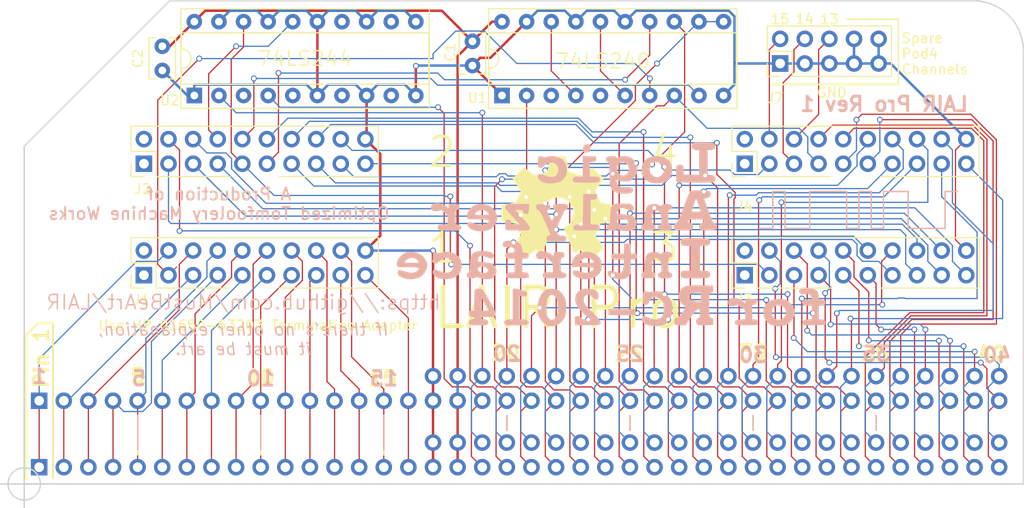
<source format=kicad_pcb>
(kicad_pcb (version 20171130) (host pcbnew "(5.1.2-1)-1")
  (title_block (title "LAIR Pro Logic Analyzer Interface for RC2014 Pro Bus") (date 2019-06-29) (rev "Rev 1") (company "Must Be Art") (comment 1 "Paul Williamson paul@mustbeart.com") (comment 2 https://github.com/MustBeArt/LAIR))
  (layers (0 F.Cu signal hide) (31 B.Cu signal hide) (34 B.Paste user) (35 F.Paste user) (36 B.SilkS user) (37 F.SilkS user hide) (38 B.Mask user) (39 F.Mask user) (44 Edge.Cuts user))
  (net 0 "")
  (net 1 /D0)
  (net 2 /D1)
  (net 3 /D2)
  (net 4 /D3)
  (net 5 /D4)
  (net 6 /D5)
  (net 7 /D6)
  (net 8 /D7)
  (net 9 /A15)
  (net 10 /A14)
  (net 11 /A13)
  (net 12 /A12)
  (net 13 /A11)
  (net 14 /A10)
  (net 15 /A9)
  (net 16 /A8)
  (net 17 /A7)
  (net 18 /A6)
  (net 19 /A5)
  (net 20 /A4)
  (net 21 /A3)
  (net 22 /A2)
  (net 23 /A1)
  (net 24 /A0)
  (net 25 /CLOCK2)
  (net 26 /CLOCK)
  (net 27 /XIORQ)
  (net 28 /RD)
  (net 29 /WR)
  (net 30 /INT)
  (net 31 /RESET)
  (net 32 /USER8)
  (net 33 /USER7)
  (net 34 /USER6)
  (net 35 /USER5)
  (net 36 /USER4)
  (net 37 /USER3)
  (net 38 /USER2)
  (net 39 /USER1)
  (net 40 /PAGE)
  (net 41 /BUSACK)
  (net 42 /HALT)
  (net 43 /BUSRQ)
  (net 44 /WAIT)
  (net 45 /NMI)
  (net 46 /D8)
  (net 47 /D9)
  (net 48 /D10)
  (net 49 /D11)
  (net 50 /D12)
  (net 51 /D13)
  (net 52 /D14)
  (net 53 /D15)
  (net 54 /RX)
  (net 55 /TX)
  (net 56 /RX2)
  (net 57 /TX2)
  (net 58 /POD4_D13)
  (net 59 /POD4_D14)
  (net 60 /POD4_D15)
  (net 61 /IORQ)
  (net 62 /MREQ)
  (net 63 /M1)
  (net 64 /K_CLK)
  (net 65 /J_CLK)
  (net 66 /XWR)
  (net 67 VCC)
  (net 68 GND)
  (net 69 /XM1)
  (net 70 /XRFSH)
  (net 71 /RFSH)
  (net 72 "Net-(U1-Pad18)")
  (net 73 "Net-(U1-Pad16)")
  (module graphics:LAIR (layer F.Cu) (at 214.63 128.27)
    (fp_text reference "" (at 0 0) (layer F.SilkS) (effects (font (size 1.27 1.27))))
    (fp_text value "" (at 0 0) (layer F.SilkS) (effects (font (size 1.27 1.27))))
  )
  (module RC2014:PinHeader_2x10_P2.54mm_Vertical_ShroudKeyed (layer F.Cu) (at 228.246 131.825 90)
    (fp_text reference J3 (at -2.541 -0.027 180) (layer F.SilkS))
    (fp_text value Conn_02x10_Odd_Even)
    (pad 1 thru_hole rect (at 0 0 90) (size 1.7 1.7) (drill 1) (layers *.Cu *.Mask))
    (pad 2 thru_hole oval (at 2.54 0 90) (size 1.7 1.7) (drill 1) (layers *.Cu *.Mask))
    (pad 3 thru_hole oval (at 0 2.54 90) (size 1.7 1.7) (drill 1) (layers *.Cu *.Mask) (net 70 /XRFSH))
    (pad 4 thru_hole oval (at 2.54 2.54 90) (size 1.7 1.7) (drill 1) (layers *.Cu *.Mask) (net 32 /USER8))
    (pad 5 thru_hole oval (at 0 5.08 90) (size 1.7 1.7) (drill 1) (layers *.Cu *.Mask) (net 33 /USER7))
    (pad 6 thru_hole oval (at 2.54 5.08 90) (size 1.7 1.7) (drill 1) (layers *.Cu *.Mask) (net 34 /USER6))
    (pad 7 thru_hole oval (at 0 7.62 90) (size 1.7 1.7) (drill 1) (layers *.Cu *.Mask) (net 35 /USER5))
    (pad 8 thru_hole oval (at 2.54 7.62 90) (size 1.7 1.7) (drill 1) (layers *.Cu *.Mask) (net 36 /USER4))
    (pad 9 thru_hole oval (at 0 10.16 90) (size 1.7 1.7) (drill 1) (layers *.Cu *.Mask) (net 37 /USER3))
    (pad 10 thru_hole oval (at 2.54 10.16 90) (size 1.7 1.7) (drill 1) (layers *.Cu *.Mask) (net 38 /USER2))
    (pad 11 thru_hole oval (at 0 12.7 90) (size 1.7 1.7) (drill 1) (layers *.Cu *.Mask) (net 39 /USER1))
    (pad 12 thru_hole oval (at 2.54 12.7 90) (size 1.7 1.7) (drill 1) (layers *.Cu *.Mask) (net 29 /WR))
    (pad 13 thru_hole oval (at 0 15.24 90) (size 1.7 1.7) (drill 1) (layers *.Cu *.Mask) (net 40 /PAGE))
    (pad 14 thru_hole oval (at 2.54 15.24 90) (size 1.7 1.7) (drill 1) (layers *.Cu *.Mask) (net 25 /CLOCK2))
    (pad 15 thru_hole oval (at 0 17.78 90) (size 1.7 1.7) (drill 1) (layers *.Cu *.Mask) (net 41 /BUSACK))
    (pad 16 thru_hole oval (at 2.54 17.78 90) (size 1.7 1.7) (drill 1) (layers *.Cu *.Mask) (net 42 /HALT))
    (pad 17 thru_hole oval (at 0 20.32 90) (size 1.7 1.7) (drill 1) (layers *.Cu *.Mask) (net 43 /BUSRQ))
    (pad 18 thru_hole oval (at 2.54 20.32 90) (size 1.7 1.7) (drill 1) (layers *.Cu *.Mask) (net 44 /WAIT))
    (pad 19 thru_hole oval (at 0 22.86 90) (size 1.7 1.7) (drill 1) (layers *.Cu *.Mask) (net 45 /NMI))
    (pad 20 thru_hole oval (at 2.54 22.86 90) (size 1.7 1.7) (drill 1) (layers *.Cu *.Mask) (net 68 GND))
  )
  (module RC2014:PinHeader_2x10_P2.54mm_Vertical_ShroudKeyed (layer F.Cu) (at 166.246 120.325 90)
    (fp_text reference J2 (at -2.611 -0.13 180) (layer F.SilkS))
    (fp_text value Conn_02x10_Odd_Even)
    (pad 1 thru_hole rect (at 0 0 90) (size 1.7 1.7) (drill 1) (layers *.Cu *.Mask))
    (pad 2 thru_hole oval (at 2.54 0 90) (size 1.7 1.7) (drill 1) (layers *.Cu *.Mask))
    (pad 3 thru_hole oval (at 0 2.54 90) (size 1.7 1.7) (drill 1) (layers *.Cu *.Mask) (net 64 /K_CLK))
    (pad 4 thru_hole oval (at 2.54 2.54 90) (size 1.7 1.7) (drill 1) (layers *.Cu *.Mask) (net 31 /RESET))
    (pad 5 thru_hole oval (at 0 5.08 90) (size 1.7 1.7) (drill 1) (layers *.Cu *.Mask) (net 30 /INT))
    (pad 6 thru_hole oval (at 2.54 5.08 90) (size 1.7 1.7) (drill 1) (layers *.Cu *.Mask) (net 62 /MREQ))
    (pad 7 thru_hole oval (at 0 7.62 90) (size 1.7 1.7) (drill 1) (layers *.Cu *.Mask) (net 28 /RD))
    (pad 8 thru_hole oval (at 2.54 7.62 90) (size 1.7 1.7) (drill 1) (layers *.Cu *.Mask) (net 69 /XM1))
    (pad 9 thru_hole oval (at 0 10.16 90) (size 1.7 1.7) (drill 1) (layers *.Cu *.Mask) (net 70 /XRFSH))
    (pad 10 thru_hole oval (at 2.54 10.16 90) (size 1.7 1.7) (drill 1) (layers *.Cu *.Mask) (net 27 /XIORQ))
    (pad 11 thru_hole oval (at 0 12.7 90) (size 1.7 1.7) (drill 1) (layers *.Cu *.Mask) (net 66 /XWR))
    (pad 12 thru_hole oval (at 2.54 12.7 90) (size 1.7 1.7) (drill 1) (layers *.Cu *.Mask) (net 8 /D7))
    (pad 13 thru_hole oval (at 0 15.24 90) (size 1.7 1.7) (drill 1) (layers *.Cu *.Mask) (net 7 /D6))
    (pad 14 thru_hole oval (at 2.54 15.24 90) (size 1.7 1.7) (drill 1) (layers *.Cu *.Mask) (net 6 /D5))
    (pad 15 thru_hole oval (at 0 17.78 90) (size 1.7 1.7) (drill 1) (layers *.Cu *.Mask) (net 5 /D4))
    (pad 16 thru_hole oval (at 2.54 17.78 90) (size 1.7 1.7) (drill 1) (layers *.Cu *.Mask) (net 4 /D3))
    (pad 17 thru_hole oval (at 0 20.32 90) (size 1.7 1.7) (drill 1) (layers *.Cu *.Mask) (net 3 /D2))
    (pad 18 thru_hole oval (at 2.54 20.32 90) (size 1.7 1.7) (drill 1) (layers *.Cu *.Mask) (net 2 /D1))
    (pad 19 thru_hole oval (at 0 22.86 90) (size 1.7 1.7) (drill 1) (layers *.Cu *.Mask) (net 1 /D0))
    (pad 20 thru_hole oval (at 2.54 22.86 90) (size 1.7 1.7) (drill 1) (layers *.Cu *.Mask) (net 68 GND))
  )
  (module RC2014:PinHeader_2x10_P2.54mm_Vertical_ShroudKeyed (layer F.Cu) (at 166.246 131.825 90)
    (fp_text reference J1 (at -2.541 -0.257 180) (layer F.SilkS))
    (fp_text value Conn_02x10_Odd_Even)
    (pad 1 thru_hole rect (at 0 0 90) (size 1.7 1.7) (drill 1) (layers *.Cu *.Mask))
    (pad 2 thru_hole oval (at 2.54 0 90) (size 1.7 1.7) (drill 1) (layers *.Cu *.Mask))
    (pad 3 thru_hole oval (at 0 2.54 90) (size 1.7 1.7) (drill 1) (layers *.Cu *.Mask) (net 65 /J_CLK))
    (pad 4 thru_hole oval (at 2.54 2.54 90) (size 1.7 1.7) (drill 1) (layers *.Cu *.Mask) (net 9 /A15))
    (pad 5 thru_hole oval (at 0 5.08 90) (size 1.7 1.7) (drill 1) (layers *.Cu *.Mask) (net 10 /A14))
    (pad 6 thru_hole oval (at 2.54 5.08 90) (size 1.7 1.7) (drill 1) (layers *.Cu *.Mask) (net 11 /A13))
    (pad 7 thru_hole oval (at 0 7.62 90) (size 1.7 1.7) (drill 1) (layers *.Cu *.Mask) (net 12 /A12))
    (pad 8 thru_hole oval (at 2.54 7.62 90) (size 1.7 1.7) (drill 1) (layers *.Cu *.Mask) (net 13 /A11))
    (pad 9 thru_hole oval (at 0 10.16 90) (size 1.7 1.7) (drill 1) (layers *.Cu *.Mask) (net 14 /A10))
    (pad 10 thru_hole oval (at 2.54 10.16 90) (size 1.7 1.7) (drill 1) (layers *.Cu *.Mask) (net 15 /A9))
    (pad 11 thru_hole oval (at 0 12.7 90) (size 1.7 1.7) (drill 1) (layers *.Cu *.Mask) (net 16 /A8))
    (pad 12 thru_hole oval (at 2.54 12.7 90) (size 1.7 1.7) (drill 1) (layers *.Cu *.Mask) (net 17 /A7))
    (pad 13 thru_hole oval (at 0 15.24 90) (size 1.7 1.7) (drill 1) (layers *.Cu *.Mask) (net 18 /A6))
    (pad 14 thru_hole oval (at 2.54 15.24 90) (size 1.7 1.7) (drill 1) (layers *.Cu *.Mask) (net 19 /A5))
    (pad 15 thru_hole oval (at 0 17.78 90) (size 1.7 1.7) (drill 1) (layers *.Cu *.Mask) (net 20 /A4))
    (pad 16 thru_hole oval (at 2.54 17.78 90) (size 1.7 1.7) (drill 1) (layers *.Cu *.Mask) (net 21 /A3))
    (pad 17 thru_hole oval (at 0 20.32 90) (size 1.7 1.7) (drill 1) (layers *.Cu *.Mask) (net 22 /A2))
    (pad 18 thru_hole oval (at 2.54 20.32 90) (size 1.7 1.7) (drill 1) (layers *.Cu *.Mask) (net 23 /A1))
    (pad 19 thru_hole oval (at 0 22.86 90) (size 1.7 1.7) (drill 1) (layers *.Cu *.Mask) (net 24 /A0))
    (pad 20 thru_hole oval (at 2.54 22.86 90) (size 1.7 1.7) (drill 1) (layers *.Cu *.Mask) (net 68 GND))
  )
  (module RC2014:PinHeader_2x10_P2.54mm_Vertical_ShroudKeyed (layer F.Cu) (at 228.246 120.325 90)
    (fp_text reference J4 (at -4.445 -0.027) (layer F.SilkS))
    (fp_text value Conn_02x10_Odd_Even hide)
    (pad 1 thru_hole rect (at 0 0 90) (size 1.7 1.7) (drill 1) (layers *.Cu *.Mask))
    (pad 2 thru_hole oval (at 2.54 0 90) (size 1.7 1.7) (drill 1) (layers *.Cu *.Mask))
    (pad 3 thru_hole oval (at 0 2.54 90) (size 1.7 1.7) (drill 1) (layers *.Cu *.Mask) (net 26 /CLOCK))
    (pad 4 thru_hole oval (at 2.54 2.54 90) (size 1.7 1.7) (drill 1) (layers *.Cu *.Mask) (net 60 /POD4_D15))
    (pad 5 thru_hole oval (at 0 5.08 90) (size 1.7 1.7) (drill 1) (layers *.Cu *.Mask) (net 59 /POD4_D14))
    (pad 6 thru_hole oval (at 2.54 5.08 90) (size 1.7 1.7) (drill 1) (layers *.Cu *.Mask) (net 58 /POD4_D13))
    (pad 7 thru_hole oval (at 0 7.62 90) (size 1.7 1.7) (drill 1) (layers *.Cu *.Mask) (net 61 /IORQ))
    (pad 8 thru_hole oval (at 2.54 7.62 90) (size 1.7 1.7) (drill 1) (layers *.Cu *.Mask) (net 57 /TX2))
    (pad 9 thru_hole oval (at 0 10.16 90) (size 1.7 1.7) (drill 1) (layers *.Cu *.Mask) (net 56 /RX2))
    (pad 10 thru_hole oval (at 2.54 10.16 90) (size 1.7 1.7) (drill 1) (layers *.Cu *.Mask) (net 55 /TX))
    (pad 11 thru_hole oval (at 0 12.7 90) (size 1.7 1.7) (drill 1) (layers *.Cu *.Mask) (net 54 /RX))
    (pad 12 thru_hole oval (at 2.54 12.7 90) (size 1.7 1.7) (drill 1) (layers *.Cu *.Mask) (net 53 /D15))
    (pad 13 thru_hole oval (at 0 15.24 90) (size 1.7 1.7) (drill 1) (layers *.Cu *.Mask) (net 52 /D14))
    (pad 14 thru_hole oval (at 2.54 15.24 90) (size 1.7 1.7) (drill 1) (layers *.Cu *.Mask) (net 51 /D13))
    (pad 15 thru_hole oval (at 0 17.78 90) (size 1.7 1.7) (drill 1) (layers *.Cu *.Mask) (net 50 /D12))
    (pad 16 thru_hole oval (at 2.54 17.78 90) (size 1.7 1.7) (drill 1) (layers *.Cu *.Mask) (net 49 /D11))
    (pad 17 thru_hole oval (at 0 20.32 90) (size 1.7 1.7) (drill 1) (layers *.Cu *.Mask) (net 48 /D10))
    (pad 18 thru_hole oval (at 2.54 20.32 90) (size 1.7 1.7) (drill 1) (layers *.Cu *.Mask) (net 47 /D9))
    (pad 19 thru_hole oval (at 0 22.86 90) (size 1.7 1.7) (drill 1) (layers *.Cu *.Mask) (net 46 /D8))
    (pad 20 thru_hole oval (at 2.54 22.86 90) (size 1.7 1.7) (drill 1) (layers *.Cu *.Mask) (net 68 GND))
  )
  (module Connector_PinHeader_2.54mm:PinHeader_2x05_P2.54mm_Vertical (layer F.Cu) (at 231.902 109.982 90)
    (fp_text reference J7 (at -3.556 -0.508 180) (layer F.SilkS))
    (fp_text value Conn_02x05_Odd_Even hide)
    (pad 1 thru_hole rect (at 0 0 90) (size 1.7 1.7) (drill 1) (layers *.Cu *.Mask) (net 68 GND))
    (pad 2 thru_hole oval (at 2.54 0 90) (size 1.7 1.7) (drill 1) (layers *.Cu *.Mask) (net 60 /POD4_D15))
    (pad 3 thru_hole oval (at 0 2.54 90) (size 1.7 1.7) (drill 1) (layers *.Cu *.Mask) (net 68 GND))
    (pad 4 thru_hole oval (at 2.54 2.54 90) (size 1.7 1.7) (drill 1) (layers *.Cu *.Mask) (net 59 /POD4_D14))
    (pad 5 thru_hole oval (at 0 5.08 90) (size 1.7 1.7) (drill 1) (layers *.Cu *.Mask) (net 68 GND))
    (pad 6 thru_hole oval (at 2.54 5.08 90) (size 1.7 1.7) (drill 1) (layers *.Cu *.Mask) (net 58 /POD4_D13))
    (pad 7 thru_hole oval (at 0 7.62 90) (size 1.7 1.7) (drill 1) (layers *.Cu *.Mask) (net 68 GND))
    (pad 8 thru_hole oval (at 2.54 7.62 90) (size 1.7 1.7) (drill 1) (layers *.Cu *.Mask) (net 68 GND))
    (pad 9 thru_hole oval (at 0 10.16 90) (size 1.7 1.7) (drill 1) (layers *.Cu *.Mask) (net 68 GND))
    (pad 10 thru_hole oval (at 2.54 10.16 90) (size 1.7 1.7) (drill 1) (layers *.Cu *.Mask) (net 68 GND))
  )
  (module RC2014:PinHeader_RC2014_Pro (layer F.Cu) (at 254.5 149.098 270)
    (fp_text reference J5 hide)
    (fp_text value RC2014_Pro_Bus)
    (pad 1a thru_hole rect (at 2.54 99.06 270) (size 1.7 1.7) (drill 1) (layers *.Cu *.Mask) (net 9 /A15))
    (pad 2a thru_hole oval (at 2.54 96.52 270) (size 1.7 1.7) (drill 1) (layers *.Cu *.Mask) (net 10 /A14))
    (pad 3a thru_hole oval (at 2.54 93.98 270) (size 1.7 1.7) (drill 1) (layers *.Cu *.Mask) (net 11 /A13))
    (pad 4a thru_hole oval (at 2.54 91.44 270) (size 1.7 1.7) (drill 1) (layers *.Cu *.Mask) (net 12 /A12))
    (pad 5a thru_hole oval (at 2.54 88.9 270) (size 1.7 1.7) (drill 1) (layers *.Cu *.Mask) (net 13 /A11))
    (pad 6a thru_hole oval (at 2.54 86.36 270) (size 1.7 1.7) (drill 1) (layers *.Cu *.Mask) (net 14 /A10))
    (pad 7a thru_hole oval (at 2.54 83.82 270) (size 1.7 1.7) (drill 1) (layers *.Cu *.Mask) (net 15 /A9))
    (pad 8a thru_hole oval (at 2.54 81.28 270) (size 1.7 1.7) (drill 1) (layers *.Cu *.Mask) (net 16 /A8))
    (pad 9a thru_hole oval (at 2.54 78.74 270) (size 1.7 1.7) (drill 1) (layers *.Cu *.Mask) (net 17 /A7))
    (pad 10a thru_hole oval (at 2.54 76.2 270) (size 1.7 1.7) (drill 1) (layers *.Cu *.Mask) (net 18 /A6))
    (pad 11a thru_hole oval (at 2.54 73.66 270) (size 1.7 1.7) (drill 1) (layers *.Cu *.Mask) (net 19 /A5))
    (pad 12a thru_hole oval (at 2.54 71.12 270) (size 1.7 1.7) (drill 1) (layers *.Cu *.Mask) (net 20 /A4))
    (pad 13a thru_hole oval (at 2.54 68.58 270) (size 1.7 1.7) (drill 1) (layers *.Cu *.Mask) (net 21 /A3))
    (pad 14a thru_hole oval (at 2.54 66.04 270) (size 1.7 1.7) (drill 1) (layers *.Cu *.Mask) (net 22 /A2))
    (pad 15a thru_hole oval (at 2.54 63.5 270) (size 1.7 1.7) (drill 1) (layers *.Cu *.Mask) (net 23 /A1))
    (pad 16a thru_hole oval (at 2.54 60.96 270) (size 1.7 1.7) (drill 1) (layers *.Cu *.Mask) (net 24 /A0))
    (pad 17a thru_hole oval (at 2.54 58.42 270) (size 1.7 1.7) (drill 1) (layers *.Cu *.Mask) (net 68 GND))
    (pad 17b thru_hole oval (at 0 58.42 270) (size 1.7 1.7) (drill 1) (layers *.Cu *.Mask) (net 68 GND))
    (pad 18a thru_hole oval (at 2.54 55.88 270) (size 1.7 1.7) (drill 1) (layers *.Cu *.Mask) (net 67 VCC))
    (pad 18b thru_hole oval (at 0 55.88 270) (size 1.7 1.7) (drill 1) (layers *.Cu *.Mask) (net 67 VCC))
    (pad 19a thru_hole oval (at 2.54 53.34 270) (size 1.7 1.7) (drill 1) (layers *.Cu *.Mask) (net 63 /M1))
    (pad 19b thru_hole oval (at 0 53.34 270) (size 1.7 1.7) (drill 1) (layers *.Cu *.Mask) (net 71 /RFSH))
    (pad 20a thru_hole oval (at 2.54 50.8 270) (size 1.7 1.7) (drill 1) (layers *.Cu *.Mask) (net 31 /RESET))
    (pad 20b thru_hole oval (at 0 50.8 270) (size 1.7 1.7) (drill 1) (layers *.Cu *.Mask) (net 40 /PAGE))
    (pad 21a thru_hole oval (at 2.54 48.26 270) (size 1.7 1.7) (drill 1) (layers *.Cu *.Mask) (net 26 /CLOCK))
    (pad 21b thru_hole oval (at 0 48.26 270) (size 1.7 1.7) (drill 1) (layers *.Cu *.Mask) (net 25 /CLOCK2))
    (pad 22a thru_hole oval (at 2.54 45.72 270) (size 1.7 1.7) (drill 1) (layers *.Cu *.Mask) (net 30 /INT))
    (pad 22b thru_hole oval (at 0 45.72 270) (size 1.7 1.7) (drill 1) (layers *.Cu *.Mask) (net 41 /BUSACK))
    (pad 23a thru_hole oval (at 2.54 43.18 270) (size 1.7 1.7) (drill 1) (layers *.Cu *.Mask) (net 62 /MREQ))
    (pad 23b thru_hole oval (at 0 43.18 270) (size 1.7 1.7) (drill 1) (layers *.Cu *.Mask) (net 42 /HALT))
    (pad 24a thru_hole oval (at 2.54 40.64 270) (size 1.7 1.7) (drill 1) (layers *.Cu *.Mask) (net 29 /WR))
    (pad 24b thru_hole oval (at 0 40.64 270) (size 1.7 1.7) (drill 1) (layers *.Cu *.Mask) (net 43 /BUSRQ))
    (pad 25a thru_hole oval (at 2.54 38.1 270) (size 1.7 1.7) (drill 1) (layers *.Cu *.Mask) (net 28 /RD))
    (pad 25b thru_hole oval (at 0 38.1 270) (size 1.7 1.7) (drill 1) (layers *.Cu *.Mask) (net 44 /WAIT))
    (pad 26a thru_hole oval (at 2.54 35.56 270) (size 1.7 1.7) (drill 1) (layers *.Cu *.Mask) (net 61 /IORQ))
    (pad 26b thru_hole oval (at 0 35.56 270) (size 1.7 1.7) (drill 1) (layers *.Cu *.Mask) (net 45 /NMI))
    (pad 27a thru_hole oval (at 2.54 33.02 270) (size 1.7 1.7) (drill 1) (layers *.Cu *.Mask) (net 8 /D7))
    (pad 27b thru_hole oval (at 0 33.02 270) (size 1.7 1.7) (drill 1) (layers *.Cu *.Mask) (net 53 /D15))
    (pad 28a thru_hole oval (at 2.54 30.48 270) (size 1.7 1.7) (drill 1) (layers *.Cu *.Mask) (net 7 /D6))
    (pad 28b thru_hole oval (at 0 30.48 270) (size 1.7 1.7) (drill 1) (layers *.Cu *.Mask) (net 52 /D14))
    (pad 29a thru_hole oval (at 2.54 27.94 270) (size 1.7 1.7) (drill 1) (layers *.Cu *.Mask) (net 6 /D5))
    (pad 29b thru_hole oval (at 0 27.94 270) (size 1.7 1.7) (drill 1) (layers *.Cu *.Mask) (net 51 /D13))
    (pad 30a thru_hole oval (at 2.54 25.4 270) (size 1.7 1.7) (drill 1) (layers *.Cu *.Mask) (net 5 /D4))
    (pad 30b thru_hole oval (at 0 25.4 270) (size 1.7 1.7) (drill 1) (layers *.Cu *.Mask) (net 50 /D12))
    (pad 31a thru_hole oval (at 2.54 22.86 270) (size 1.7 1.7) (drill 1) (layers *.Cu *.Mask) (net 4 /D3))
    (pad 31b thru_hole oval (at 0 22.86 270) (size 1.7 1.7) (drill 1) (layers *.Cu *.Mask) (net 49 /D11))
    (pad 32a thru_hole oval (at 2.54 20.32 270) (size 1.7 1.7) (drill 1) (layers *.Cu *.Mask) (net 3 /D2))
    (pad 32b thru_hole oval (at 0 20.32 270) (size 1.7 1.7) (drill 1) (layers *.Cu *.Mask) (net 48 /D10))
    (pad 33a thru_hole oval (at 2.54 17.78 270) (size 1.7 1.7) (drill 1) (layers *.Cu *.Mask) (net 2 /D1))
    (pad 33b thru_hole oval (at 0 17.78 270) (size 1.7 1.7) (drill 1) (layers *.Cu *.Mask) (net 47 /D9))
    (pad 34a thru_hole oval (at 2.54 15.24 270) (size 1.7 1.7) (drill 1) (layers *.Cu *.Mask) (net 1 /D0))
    (pad 34b thru_hole oval (at 0 15.24 270) (size 1.7 1.7) (drill 1) (layers *.Cu *.Mask) (net 46 /D8))
    (pad 35a thru_hole oval (at 2.54 12.7 270) (size 1.7 1.7) (drill 1) (layers *.Cu *.Mask) (net 55 /TX))
    (pad 35b thru_hole oval (at 0 12.7 270) (size 1.7 1.7) (drill 1) (layers *.Cu *.Mask) (net 57 /TX2))
    (pad 36a thru_hole oval (at 2.54 10.16 270) (size 1.7 1.7) (drill 1) (layers *.Cu *.Mask) (net 54 /RX))
    (pad 36b thru_hole oval (at 0 10.16 270) (size 1.7 1.7) (drill 1) (layers *.Cu *.Mask) (net 56 /RX2))
    (pad 37a thru_hole oval (at 2.54 7.62 270) (size 1.7 1.7) (drill 1) (layers *.Cu *.Mask) (net 39 /USER1))
    (pad 37b thru_hole oval (at 0 7.62 270) (size 1.7 1.7) (drill 1) (layers *.Cu *.Mask) (net 35 /USER5))
    (pad 38a thru_hole oval (at 2.54 5.08 270) (size 1.7 1.7) (drill 1) (layers *.Cu *.Mask) (net 38 /USER2))
    (pad 38b thru_hole oval (at 0 5.08 270) (size 1.7 1.7) (drill 1) (layers *.Cu *.Mask) (net 34 /USER6))
    (pad 39a thru_hole oval (at 2.54 2.54 270) (size 1.7 1.7) (drill 1) (layers *.Cu *.Mask) (net 37 /USER3))
    (pad 39b thru_hole oval (at 0 2.54 270) (size 1.7 1.7) (drill 1) (layers *.Cu *.Mask) (net 33 /USER7))
    (pad 40a thru_hole oval (at 2.54 0 270) (size 1.7 1.7) (drill 1) (layers *.Cu *.Mask) (net 36 /USER4))
    (pad 40b thru_hole oval (at 0 0 270) (size 1.7 1.7) (drill 1) (layers *.Cu *.Mask) (net 32 /USER8))
  )
  (module RC2014:PinHeader_RC2014_Pro (layer F.Cu) (at 254.5 142.24 270)
    (fp_text reference J6 hide)
    (fp_text value RC2014_Pro_Bus)
    (pad 1a thru_hole rect (at 2.54 99.06 270) (size 1.7 1.7) (drill 1) (layers *.Cu *.Mask) (net 9 /A15))
    (pad 2a thru_hole oval (at 2.54 96.52 270) (size 1.7 1.7) (drill 1) (layers *.Cu *.Mask) (net 10 /A14))
    (pad 3a thru_hole oval (at 2.54 93.98 270) (size 1.7 1.7) (drill 1) (layers *.Cu *.Mask) (net 11 /A13))
    (pad 4a thru_hole oval (at 2.54 91.44 270) (size 1.7 1.7) (drill 1) (layers *.Cu *.Mask) (net 12 /A12))
    (pad 5a thru_hole oval (at 2.54 88.9 270) (size 1.7 1.7) (drill 1) (layers *.Cu *.Mask) (net 13 /A11))
    (pad 6a thru_hole oval (at 2.54 86.36 270) (size 1.7 1.7) (drill 1) (layers *.Cu *.Mask) (net 14 /A10))
    (pad 7a thru_hole oval (at 2.54 83.82 270) (size 1.7 1.7) (drill 1) (layers *.Cu *.Mask) (net 15 /A9))
    (pad 8a thru_hole oval (at 2.54 81.28 270) (size 1.7 1.7) (drill 1) (layers *.Cu *.Mask) (net 16 /A8))
    (pad 9a thru_hole oval (at 2.54 78.74 270) (size 1.7 1.7) (drill 1) (layers *.Cu *.Mask) (net 17 /A7))
    (pad 10a thru_hole oval (at 2.54 76.2 270) (size 1.7 1.7) (drill 1) (layers *.Cu *.Mask) (net 18 /A6))
    (pad 11a thru_hole oval (at 2.54 73.66 270) (size 1.7 1.7) (drill 1) (layers *.Cu *.Mask) (net 19 /A5))
    (pad 12a thru_hole oval (at 2.54 71.12 270) (size 1.7 1.7) (drill 1) (layers *.Cu *.Mask) (net 20 /A4))
    (pad 13a thru_hole oval (at 2.54 68.58 270) (size 1.7 1.7) (drill 1) (layers *.Cu *.Mask) (net 21 /A3))
    (pad 14a thru_hole oval (at 2.54 66.04 270) (size 1.7 1.7) (drill 1) (layers *.Cu *.Mask) (net 22 /A2))
    (pad 15a thru_hole oval (at 2.54 63.5 270) (size 1.7 1.7) (drill 1) (layers *.Cu *.Mask) (net 23 /A1))
    (pad 16a thru_hole oval (at 2.54 60.96 270) (size 1.7 1.7) (drill 1) (layers *.Cu *.Mask) (net 24 /A0))
    (pad 17a thru_hole oval (at 2.54 58.42 270) (size 1.7 1.7) (drill 1) (layers *.Cu *.Mask) (net 68 GND))
    (pad 17b thru_hole oval (at 0 58.42 270) (size 1.7 1.7) (drill 1) (layers *.Cu *.Mask) (net 68 GND))
    (pad 18a thru_hole oval (at 2.54 55.88 270) (size 1.7 1.7) (drill 1) (layers *.Cu *.Mask) (net 67 VCC))
    (pad 18b thru_hole oval (at 0 55.88 270) (size 1.7 1.7) (drill 1) (layers *.Cu *.Mask) (net 67 VCC))
    (pad 19a thru_hole oval (at 2.54 53.34 270) (size 1.7 1.7) (drill 1) (layers *.Cu *.Mask) (net 63 /M1))
    (pad 19b thru_hole oval (at 0 53.34 270) (size 1.7 1.7) (drill 1) (layers *.Cu *.Mask) (net 71 /RFSH))
    (pad 20a thru_hole oval (at 2.54 50.8 270) (size 1.7 1.7) (drill 1) (layers *.Cu *.Mask) (net 31 /RESET))
    (pad 20b thru_hole oval (at 0 50.8 270) (size 1.7 1.7) (drill 1) (layers *.Cu *.Mask) (net 40 /PAGE))
    (pad 21a thru_hole oval (at 2.54 48.26 270) (size 1.7 1.7) (drill 1) (layers *.Cu *.Mask) (net 26 /CLOCK))
    (pad 21b thru_hole oval (at 0 48.26 270) (size 1.7 1.7) (drill 1) (layers *.Cu *.Mask) (net 25 /CLOCK2))
    (pad 22a thru_hole oval (at 2.54 45.72 270) (size 1.7 1.7) (drill 1) (layers *.Cu *.Mask) (net 30 /INT))
    (pad 22b thru_hole oval (at 0 45.72 270) (size 1.7 1.7) (drill 1) (layers *.Cu *.Mask) (net 41 /BUSACK))
    (pad 23a thru_hole oval (at 2.54 43.18 270) (size 1.7 1.7) (drill 1) (layers *.Cu *.Mask) (net 62 /MREQ))
    (pad 23b thru_hole oval (at 0 43.18 270) (size 1.7 1.7) (drill 1) (layers *.Cu *.Mask) (net 42 /HALT))
    (pad 24a thru_hole oval (at 2.54 40.64 270) (size 1.7 1.7) (drill 1) (layers *.Cu *.Mask) (net 29 /WR))
    (pad 24b thru_hole oval (at 0 40.64 270) (size 1.7 1.7) (drill 1) (layers *.Cu *.Mask) (net 43 /BUSRQ))
    (pad 25a thru_hole oval (at 2.54 38.1 270) (size 1.7 1.7) (drill 1) (layers *.Cu *.Mask) (net 28 /RD))
    (pad 25b thru_hole oval (at 0 38.1 270) (size 1.7 1.7) (drill 1) (layers *.Cu *.Mask) (net 44 /WAIT))
    (pad 26a thru_hole oval (at 2.54 35.56 270) (size 1.7 1.7) (drill 1) (layers *.Cu *.Mask) (net 61 /IORQ))
    (pad 26b thru_hole oval (at 0 35.56 270) (size 1.7 1.7) (drill 1) (layers *.Cu *.Mask) (net 45 /NMI))
    (pad 27a thru_hole oval (at 2.54 33.02 270) (size 1.7 1.7) (drill 1) (layers *.Cu *.Mask) (net 8 /D7))
    (pad 27b thru_hole oval (at 0 33.02 270) (size 1.7 1.7) (drill 1) (layers *.Cu *.Mask) (net 53 /D15))
    (pad 28a thru_hole oval (at 2.54 30.48 270) (size 1.7 1.7) (drill 1) (layers *.Cu *.Mask) (net 7 /D6))
    (pad 28b thru_hole oval (at 0 30.48 270) (size 1.7 1.7) (drill 1) (layers *.Cu *.Mask) (net 52 /D14))
    (pad 29a thru_hole oval (at 2.54 27.94 270) (size 1.7 1.7) (drill 1) (layers *.Cu *.Mask) (net 6 /D5))
    (pad 29b thru_hole oval (at 0 27.94 270) (size 1.7 1.7) (drill 1) (layers *.Cu *.Mask) (net 51 /D13))
    (pad 30a thru_hole oval (at 2.54 25.4 270) (size 1.7 1.7) (drill 1) (layers *.Cu *.Mask) (net 5 /D4))
    (pad 30b thru_hole oval (at 0 25.4 270) (size 1.7 1.7) (drill 1) (layers *.Cu *.Mask) (net 50 /D12))
    (pad 31a thru_hole oval (at 2.54 22.86 270) (size 1.7 1.7) (drill 1) (layers *.Cu *.Mask) (net 4 /D3))
    (pad 31b thru_hole oval (at 0 22.86 270) (size 1.7 1.7) (drill 1) (layers *.Cu *.Mask) (net 49 /D11))
    (pad 32a thru_hole oval (at 2.54 20.32 270) (size 1.7 1.7) (drill 1) (layers *.Cu *.Mask) (net 3 /D2))
    (pad 32b thru_hole oval (at 0 20.32 270) (size 1.7 1.7) (drill 1) (layers *.Cu *.Mask) (net 48 /D10))
    (pad 33a thru_hole oval (at 2.54 17.78 270) (size 1.7 1.7) (drill 1) (layers *.Cu *.Mask) (net 2 /D1))
    (pad 33b thru_hole oval (at 0 17.78 270) (size 1.7 1.7) (drill 1) (layers *.Cu *.Mask) (net 47 /D9))
    (pad 34a thru_hole oval (at 2.54 15.24 270) (size 1.7 1.7) (drill 1) (layers *.Cu *.Mask) (net 1 /D0))
    (pad 34b thru_hole oval (at 0 15.24 270) (size 1.7 1.7) (drill 1) (layers *.Cu *.Mask) (net 46 /D8))
    (pad 35a thru_hole oval (at 2.54 12.7 270) (size 1.7 1.7) (drill 1) (layers *.Cu *.Mask) (net 55 /TX))
    (pad 35b thru_hole oval (at 0 12.7 270) (size 1.7 1.7) (drill 1) (layers *.Cu *.Mask) (net 57 /TX2))
    (pad 36a thru_hole oval (at 2.54 10.16 270) (size 1.7 1.7) (drill 1) (layers *.Cu *.Mask) (net 54 /RX))
    (pad 36b thru_hole oval (at 0 10.16 270) (size 1.7 1.7) (drill 1) (layers *.Cu *.Mask) (net 56 /RX2))
    (pad 37a thru_hole oval (at 2.54 7.62 270) (size 1.7 1.7) (drill 1) (layers *.Cu *.Mask) (net 39 /USER1))
    (pad 37b thru_hole oval (at 0 7.62 270) (size 1.7 1.7) (drill 1) (layers *.Cu *.Mask) (net 35 /USER5))
    (pad 38a thru_hole oval (at 2.54 5.08 270) (size 1.7 1.7) (drill 1) (layers *.Cu *.Mask) (net 38 /USER2))
    (pad 38b thru_hole oval (at 0 5.08 270) (size 1.7 1.7) (drill 1) (layers *.Cu *.Mask) (net 34 /USER6))
    (pad 39a thru_hole oval (at 2.54 2.54 270) (size 1.7 1.7) (drill 1) (layers *.Cu *.Mask) (net 37 /USER3))
    (pad 39b thru_hole oval (at 0 2.54 270) (size 1.7 1.7) (drill 1) (layers *.Cu *.Mask) (net 33 /USER7))
    (pad 40a thru_hole oval (at 2.54 0 270) (size 1.7 1.7) (drill 1) (layers *.Cu *.Mask) (net 36 /USER4))
    (pad 40b thru_hole oval (at 0 0 270) (size 1.7 1.7) (drill 1) (layers *.Cu *.Mask) (net 32 /USER8))
  )
  (module Mounting_Holes:MountingHole_3.2mm_M3 (layer F.Cu) (at 158.9278 120.2436)
    (fp_text reference "" hide)
    (fp_text value "" hide)
    (pad "" np_thru_hole circle (at 0 0) (size 3.2 3.2) (drill 3.2) (layers *.Cu *.Mask F.SilkS))
  )
  (module Capacitor_THT:C_Rect_L4.0mm_W2.5mm_P2.50mm (layer F.Cu) (at 200.152 107.696 270)
    (fp_text reference C1 (at 1.143 2.286 90) (layer F.SilkS))
    (fp_text value 100nF)
    (pad 1 thru_hole circle (at 0 0 270) (size 1.6 1.6) (drill 0.8) (layers *.Cu *.Mask) (net 67 VCC))
    (pad 2 thru_hole circle (at 2.5 0 270) (size 1.6 1.6) (drill 0.8) (layers *.Cu *.Mask) (net 68 GND))
  )
  (module Capacitor_THT:C_Rect_L4.0mm_W2.5mm_P2.50mm (layer F.Cu) (at 168.148 108.204 270)
    (fp_text reference C2 (at 1.27 2.54 90) (layer F.SilkS))
    (fp_text value 100nF)
    (pad 1 thru_hole circle (at 0 0 270) (size 1.6 1.6) (drill 0.8) (layers *.Cu *.Mask) (net 67 VCC))
    (pad 2 thru_hole circle (at 2.5 0 270) (size 1.6 1.6) (drill 0.8) (layers *.Cu *.Mask) (net 68 GND))
  )
  (module Package_DIP:DIP-20_W7.62mm_Socket (layer F.Cu) (at 203.2 113.284 90)
    (fp_text reference U1 (at -0.254 -2.54 180) (layer F.SilkS))
    (fp_text value 74LS240)
    (pad 1 thru_hole rect (at 0 0 90) (size 1.6 1.6) (drill 0.8) (layers *.Cu *.Mask) (net 68 GND))
    (pad 11 thru_hole oval (at 7.62 22.86 90) (size 1.6 1.6) (drill 0.8) (layers *.Cu *.Mask) (net 64 /K_CLK))
    (pad 2 thru_hole oval (at 0 2.54 90) (size 1.6 1.6) (drill 0.8) (layers *.Cu *.Mask) (net 29 /WR))
    (pad 12 thru_hole oval (at 7.62 20.32 90) (size 1.6 1.6) (drill 0.8) (layers *.Cu *.Mask) (net 64 /K_CLK))
    (pad 3 thru_hole oval (at 0 5.08 90) (size 1.6 1.6) (drill 0.8) (layers *.Cu *.Mask))
    (pad 13 thru_hole oval (at 7.62 17.78 90) (size 1.6 1.6) (drill 0.8) (layers *.Cu *.Mask) (net 62 /MREQ))
    (pad 4 thru_hole oval (at 0 7.62 90) (size 1.6 1.6) (drill 0.8) (layers *.Cu *.Mask) (net 72 "Net-(U1-Pad18)"))
    (pad 14 thru_hole oval (at 7.62 15.24 90) (size 1.6 1.6) (drill 0.8) (layers *.Cu *.Mask) (net 66 /XWR))
    (pad 5 thru_hole oval (at 0 10.16 90) (size 1.6 1.6) (drill 0.8) (layers *.Cu *.Mask))
    (pad 15 thru_hole oval (at 7.62 12.7 90) (size 1.6 1.6) (drill 0.8) (layers *.Cu *.Mask) (net 68 GND))
    (pad 6 thru_hole oval (at 0 12.7 90) (size 1.6 1.6) (drill 0.8) (layers *.Cu *.Mask) (net 73 "Net-(U1-Pad16)"))
    (pad 16 thru_hole oval (at 7.62 10.16 90) (size 1.6 1.6) (drill 0.8) (layers *.Cu *.Mask) (net 73 "Net-(U1-Pad16)"))
    (pad 7 thru_hole oval (at 0 15.24 90) (size 1.6 1.6) (drill 0.8) (layers *.Cu *.Mask) (net 65 /J_CLK))
    (pad 17 thru_hole oval (at 7.62 7.62 90) (size 1.6 1.6) (drill 0.8) (layers *.Cu *.Mask) (net 68 GND))
    (pad 8 thru_hole oval (at 0 17.78 90) (size 1.6 1.6) (drill 0.8) (layers *.Cu *.Mask) (net 61 /IORQ))
    (pad 18 thru_hole oval (at 7.62 5.08 90) (size 1.6 1.6) (drill 0.8) (layers *.Cu *.Mask) (net 72 "Net-(U1-Pad18)"))
    (pad 9 thru_hole oval (at 0 20.32 90) (size 1.6 1.6) (drill 0.8) (layers *.Cu *.Mask) (net 27 /XIORQ))
    (pad 19 thru_hole oval (at 7.62 2.54 90) (size 1.6 1.6) (drill 0.8) (layers *.Cu *.Mask) (net 68 GND))
    (pad 10 thru_hole oval (at 0 22.86 90) (size 1.6 1.6) (drill 0.8) (layers *.Cu *.Mask) (net 68 GND))
    (pad 20 thru_hole oval (at 7.62 0 90) (size 1.6 1.6) (drill 0.8) (layers *.Cu *.Mask) (net 67 VCC))
  )
  (module Package_DIP:DIP-20_W7.62mm_Socket (layer F.Cu) (at 171.45 113.284 90)
    (fp_text reference U2 (at -0.508 -2.54 180) (layer F.SilkS))
    (fp_text value 74LS244)
    (pad 20 thru_hole oval (at 7.62 0 90) (size 1.6 1.6) (drill 0.8) (layers *.Cu *.Mask) (net 67 VCC))
    (pad 10 thru_hole oval (at 0 22.86 90) (size 1.6 1.6) (drill 0.8) (layers *.Cu *.Mask) (net 68 GND))
    (pad 19 thru_hole oval (at 7.62 2.54 90) (size 1.6 1.6) (drill 0.8) (layers *.Cu *.Mask) (net 68 GND))
    (pad 9 thru_hole oval (at 0 20.32 90) (size 1.6 1.6) (drill 0.8) (layers *.Cu *.Mask))
    (pad 18 thru_hole oval (at 7.62 5.08 90) (size 1.6 1.6) (drill 0.8) (layers *.Cu *.Mask) (net 70 /XRFSH))
    (pad 8 thru_hole oval (at 0 17.78 90) (size 1.6 1.6) (drill 0.8) (layers *.Cu *.Mask) (net 68 GND))
    (pad 17 thru_hole oval (at 7.62 7.62 90) (size 1.6 1.6) (drill 0.8) (layers *.Cu *.Mask) (net 68 GND))
    (pad 7 thru_hole oval (at 0 15.24 90) (size 1.6 1.6) (drill 0.8) (layers *.Cu *.Mask))
    (pad 16 thru_hole oval (at 7.62 10.16 90) (size 1.6 1.6) (drill 0.8) (layers *.Cu *.Mask) (net 69 /XM1))
    (pad 6 thru_hole oval (at 0 12.7 90) (size 1.6 1.6) (drill 0.8) (layers *.Cu *.Mask) (net 68 GND))
    (pad 15 thru_hole oval (at 7.62 12.7 90) (size 1.6 1.6) (drill 0.8) (layers *.Cu *.Mask) (net 68 GND))
    (pad 5 thru_hole oval (at 0 10.16 90) (size 1.6 1.6) (drill 0.8) (layers *.Cu *.Mask))
    (pad 14 thru_hole oval (at 7.62 15.24 90) (size 1.6 1.6) (drill 0.8) (layers *.Cu *.Mask))
    (pad 4 thru_hole oval (at 0 7.62 90) (size 1.6 1.6) (drill 0.8) (layers *.Cu *.Mask) (net 63 /M1))
    (pad 13 thru_hole oval (at 7.62 17.78 90) (size 1.6 1.6) (drill 0.8) (layers *.Cu *.Mask) (net 68 GND))
    (pad 3 thru_hole oval (at 0 5.08 90) (size 1.6 1.6) (drill 0.8) (layers *.Cu *.Mask))
    (pad 12 thru_hole oval (at 7.62 20.32 90) (size 1.6 1.6) (drill 0.8) (layers *.Cu *.Mask))
    (pad 2 thru_hole oval (at 0 2.54 90) (size 1.6 1.6) (drill 0.8) (layers *.Cu *.Mask) (net 71 /RFSH))
    (pad 11 thru_hole oval (at 7.62 22.86 90) (size 1.6 1.6) (drill 0.8) (layers *.Cu *.Mask) (net 68 GND))
    (pad 1 thru_hole rect (at 0 0 90) (size 1.6 1.6) (drill 0.8) (layers *.Cu *.Mask) (net 68 GND))
  )
  (gr_text "If there’s no other explanation,\nit must be art." (at 176.53 138.43) (layer B.SilkS) (effects (font (size 1.25 1.25) (thickness 0.15) italic) (justify mirror)))
  (gr_line (start 231.14 127) (end 229.87 127) (layer B.SilkS) (width 0.15))
  (gr_line (start 231.14 123.19) (end 231.14 127) (layer B.SilkS) (width 0.15))
  (gr_line (start 232.41 123.19) (end 231.14 123.19) (layer B.SilkS) (width 0.15))
  (gr_line (start 232.41 127) (end 232.41 123.19) (layer B.SilkS) (width 0.15))
  (gr_line (start 234.95 127) (end 232.41 127) (layer B.SilkS) (width 0.15))
  (gr_line (start 234.95 123.19) (end 234.95 127) (layer B.SilkS) (width 0.15))
  (gr_line (start 238.76 123.19) (end 234.95 123.19) (layer B.SilkS) (width 0.15))
  (gr_line (start 238.76 127) (end 238.76 123.19) (layer B.SilkS) (width 0.15))
  (gr_line (start 240.03 127) (end 238.76 127) (layer B.SilkS) (width 0.15))
  (gr_line (start 240.03 123.19) (end 240.03 127) (layer B.SilkS) (width 0.15))
  (gr_line (start 241.3 123.19) (end 240.03 123.19) (layer B.SilkS) (width 0.15))
  (gr_line (start 241.3 127) (end 241.3 123.19) (layer B.SilkS) (width 0.15))
  (gr_line (start 242.57 127) (end 241.3 127) (layer B.SilkS) (width 0.15))
  (gr_line (start 242.57 123.19) (end 242.57 127) (layer B.SilkS) (width 0.15))
  (gr_line (start 245.11 123.19) (end 242.57 123.19) (layer B.SilkS) (width 0.15))
  (gr_line (start 245.11 127) (end 245.11 123.19) (layer B.SilkS) (width 0.15))
  (gr_line (start 248.92 127) (end 245.11 127) (layer B.SilkS) (width 0.15))
  (gr_line (start 248.92 123.19) (end 248.92 127) (layer B.SilkS) (width 0.15))
  (gr_line (start 250.19 123.19) (end 248.92 123.19) (layer B.SilkS) (width 0.15))
  (gr_text "Use HP 01650-63203 Termination Adapter" (at 178 137) (layer F.SilkS) (effects (font (size 1 1))))
  (gr_text 74LS244 (at 182.88 109.474) (layer F.SilkS) (effects (font (size 1.5 1.5))))
  (gr_text 74LS240 (at 213.614 109.728) (layer F.SilkS) (effects (font (size 1.5 1.5))))
  (gr_text 13 (at 236.982 105.41) (layer F.SilkS) (effects (font (size 1 1))))
  (gr_text 14 (at 234.442 105.41) (layer F.SilkS) (effects (font (size 1 1))))
  (gr_text 15 (at 231.902 105.41) (layer F.SilkS) (effects (font (size 1 1))))
  (gr_text "Spare\nPod4\nChannels" (at 244.348 108.966) (layer F.SilkS) (effects (font (size 1 1)) (justify left)))
  (gr_text GND (at 237.236 113) (layer F.SilkS) (effects (font (size 1 1))))
  (gr_line (start 244.094 105.41) (end 238.76 105.41) (layer F.SilkS) (width 0.15))
  (gr_line (start 244.094 112.141) (end 244.094 105.41) (layer F.SilkS) (width 0.15))
  (gr_line (start 231.14 112.141) (end 244.094 112.141) (layer F.SilkS) (width 0.2))
  (gr_line (start 241.808 146.304) (end 241.808 147.828) (layer F.SilkS) (width 0.15))
  (gr_line (start 229.108 146.304) (end 229.108 147.828) (layer F.SilkS) (width 0.15))
  (gr_line (start 216.408 146.304) (end 216.408 147.828) (layer F.SilkS) (width 0.15))
  (gr_line (start 203.708 146.304) (end 203.708 147.828) (layer F.SilkS) (width 0.15))
  (gr_line (start 191.008 146.304) (end 191.008 150.368) (layer F.SilkS) (width 0.15))
  (gr_line (start 178.308 146.304) (end 178.308 150.368) (layer F.SilkS) (width 0.15))
  (gr_line (start 165.608 146.304) (end 165.608 150.368) (layer F.SilkS) (width 0.15))
  (gr_line (start 241.808 146.304) (end 241.808 147.828) (layer B.SilkS) (width 0.15))
  (gr_line (start 229.108 146.304) (end 229.108 147.828) (layer B.SilkS) (width 0.15))
  (gr_line (start 216.408 146.304) (end 216.408 147.828) (layer B.SilkS) (width 0.15))
  (gr_line (start 203.708 146.304) (end 203.708 147.828) (layer B.SilkS) (width 0.15))
  (gr_line (start 191.008 146.304) (end 191.008 149.86) (layer B.SilkS) (width 0.15))
  (gr_line (start 178.308 146.304) (end 178.308 149.86) (layer B.SilkS) (width 0.15))
  (gr_line (start 165.608 146.304) (end 165.608 149.86) (layer B.SilkS) (width 0.15))
  (gr_text "LAIR Pro" (at 209 135.21944) (layer F.SilkS) (effects (font (size 4 4) (thickness 0.5))))
  (gr_text "A Production of\nOptimized Tomfoolery Machine Works" (at 173.99 124.46) (layer B.SilkS) (effects (font (size 1.25 1.25) (thickness 0.2)) (justify mirror)))
  (gr_text https://github.com/MustBeArt/LAIR (at 176.53 134.62) (layer B.SilkS) (effects (font (size 1.5 1.5)) (justify mirror)))
  (gr_text 40 (at 254.254 140.081) (layer B.SilkS) (effects (font (size 1.5 1.5) (thickness 0.3)) (justify mirror)))
  (gr_text 35 (at 241.808 139.954) (layer B.SilkS) (effects (font (size 1.5 1.5) (thickness 0.3)) (justify mirror)))
  (gr_text 30 (at 229.108 140.081) (layer B.SilkS) (effects (font (size 1.5 1.5) (thickness 0.3)) (justify mirror)))
  (gr_text 25 (at 216.408 139.954) (layer B.SilkS) (effects (font (size 1.5 1.5) (thickness 0.3)) (justify mirror)))
  (gr_text 20 (at 203.708 139.954) (layer B.SilkS) (effects (font (size 1.5 1.5) (thickness 0.3)) (justify mirror)))
  (gr_text 15 (at 191.008 142.494) (layer B.SilkS) (effects (font (size 1.5 1.5) (thickness 0.3)) (justify mirror)))
  (gr_text 10 (at 178.308 142.494) (layer B.SilkS) (effects (font (size 1.5 1.5) (thickness 0.3)) (justify mirror)))
  (gr_text 5 (at 165.735 142.494) (layer B.SilkS) (effects (font (size 1.5 1.5) (thickness 0.3)) (justify mirror)))
  (gr_text 1 (at 155.448 142.24) (layer B.SilkS) (effects (font (size 1.5 1.5) (thickness 0.3)) (justify mirror)))
  (gr_text "LAIR Pro Rev 1" (at 251.46 114.173) (layer B.SilkS) (effects (font (size 1.5 1.5) (thickness 0.3)) (justify left mirror)))
  (gr_arc (start 208.989685 125.419756) (end 209.675899 126.91066) (angle -310.5699359) (layer F.SilkS) (width 0.1))
  (gr_line (start 204.634366 126.472329) (end 203.24095 126.203503) (layer F.SilkS) (width 0.1))
  (gr_arc (start 204.620159 126.545971) (end 204.68945 126.51727) (angle -56.58031138) (layer F.SilkS) (width 0.1))
  (gr_line (start 205.1729 127.684423) (end 204.68945 126.51727) (layer F.SilkS) (width 0.1))
  (gr_arc (start 205.103609 127.713124) (end 205.165728 127.755151) (angle -56.58031138) (layer F.SilkS) (width 0.1))
  (gr_line (start 204.370523 128.930533) (end 205.165728 127.755151) (layer F.SilkS) (width 0.1))
  (gr_arc (start 204.432642 128.97256) (end 204.370523 128.930533) (angle -79.08031138) (layer F.SilkS) (width 0.1))
  (gr_line (start 205.383849 130.029832) (end 204.379609 129.025593) (layer F.SilkS) (width 0.1))
  (gr_arc (start 205.436882 129.976799) (end 205.383849 130.029832) (angle -79.08031138) (layer F.SilkS) (width 0.1))
  (gr_line (start 206.654291 129.243713) (end 205.478908 130.038918) (layer F.SilkS) (width 0.1))
  (gr_arc (start 206.696317 129.305832) (end 206.725019 129.236541) (angle -56.58031138) (layer F.SilkS) (width 0.1))
  (gr_line (start 207.259467 129.457917) (end 206.725019 129.236541) (layer F.SilkS) (width 0.1))
  (gr_arc (start 207.288168 129.388626) (end 207.259467 129.457917) (angle -90.2895947) (layer F.SilkS) (width 0.1))
  (gr_line (start 208.341549 127.007141) (end 207.357603 129.416977) (layer F.SilkS) (width 0.1))
  (gr_arc (start 208.272114 126.97879) (end 208.341549 127.007141) (angle -87.49537326) (layer F.SilkS) (width 0.1))
  (gr_arc (start 204.620159 124.293542) (end 204.634366 124.367184) (angle -56.58031138) (layer F.SilkS) (width 0.1))
  (gr_line (start 203.24095 124.63601) (end 204.634366 124.367184) (layer F.SilkS) (width 0.1))
  (gr_arc (start 203.255158 124.709652) (end 203.24095 124.63601) (angle -79.08031138) (layer F.SilkS) (width 0.1))
  (gr_line (start 203.180158 126.129861) (end 203.180158 124.709652) (layer F.SilkS) (width 0.1))
  (gr_arc (start 203.255158 126.129861) (end 203.180158 126.129861) (angle -79.08031138) (layer F.SilkS) (width 0.1))
  (gr_arc (start 209.707257 126.97879) (end 209.675899 126.91066) (angle -87.49537326) (layer F.SilkS) (width 0.1))
  (gr_line (start 210.621768 129.416977) (end 209.637821 127.007141) (layer F.SilkS) (width 0.1))
  (gr_arc (start 210.691203 129.388626) (end 210.621768 129.416977) (angle -90.2895947) (layer F.SilkS) (width 0.1))
  (gr_line (start 211.254352 129.236541) (end 210.719904 129.457917) (layer F.SilkS) (width 0.1))
  (gr_arc (start 211.283053 129.305832) (end 211.32508 129.243713) (angle -56.58031138) (layer F.SilkS) (width 0.1))
  (gr_line (start 212.500462 130.038918) (end 211.32508 129.243713) (layer F.SilkS) (width 0.1))
  (gr_arc (start 212.542489 129.976799) (end 212.500462 130.038918) (angle -79.08031138) (layer F.SilkS) (width 0.1))
  (gr_line (start 213.599761 129.025593) (end 212.595522 130.029832) (layer F.SilkS) (width 0.1))
  (gr_arc (start 213.546728 128.97256) (end 213.599761 129.025593) (angle -79.08031138) (layer F.SilkS) (width 0.1))
  (gr_line (start 212.813642 127.755151) (end 213.608847 128.930533) (layer F.SilkS) (width 0.1))
  (gr_arc (start 212.875761 127.713124) (end 212.80647 127.684423) (angle -56.58031138) (layer F.SilkS) (width 0.1))
  (gr_line (start 213.289921 126.51727) (end 212.80647 127.684423) (layer F.SilkS) (width 0.1))
  (gr_arc (start 213.359212 126.545971) (end 213.345005 126.472329) (angle -56.58031138) (layer F.SilkS) (width 0.1))
  (gr_line (start 214.73842 126.203503) (end 213.345005 126.472329) (layer F.SilkS) (width 0.1))
  (gr_arc (start 214.724213 126.129861) (end 214.73842 126.203503) (angle -79.08031138) (layer F.SilkS) (width 0.1))
  (gr_line (start 214.799213 124.709652) (end 214.799213 126.129861) (layer F.SilkS) (width 0.1))
  (gr_arc (start 214.724213 124.709652) (end 214.799213 124.709652) (angle -79.08031138) (layer F.SilkS) (width 0.1))
  (gr_line (start 213.345005 124.367184) (end 214.73842 124.63601) (layer F.SilkS) (width 0.1))
  (gr_arc (start 213.359212 124.293542) (end 213.289921 124.322243) (angle -56.58031138) (layer F.SilkS) (width 0.1))
  (gr_line (start 212.80647 123.155089) (end 213.289921 124.322243) (layer F.SilkS) (width 0.1))
  (gr_arc (start 212.875761 123.126388) (end 212.813642 123.084362) (angle -56.58031138) (layer F.SilkS) (width 0.1))
  (gr_line (start 213.608847 121.908979) (end 212.813642 123.084362) (layer F.SilkS) (width 0.1))
  (gr_arc (start 213.546728 121.866952) (end 213.608847 121.908979) (angle -79.08031138) (layer F.SilkS) (width 0.1))
  (gr_line (start 212.595522 120.80968) (end 213.599761 121.813919) (layer F.SilkS) (width 0.1))
  (gr_arc (start 212.542489 120.862713) (end 212.595522 120.80968) (angle -79.08031138) (layer F.SilkS) (width 0.1))
  (gr_line (start 211.32508 121.595799) (end 212.500462 120.800594) (layer F.SilkS) (width 0.1))
  (gr_arc (start 211.283053 121.53368) (end 211.254352 121.602971) (angle -56.58031138) (layer F.SilkS) (width 0.1))
  (gr_line (start 210.087199 121.11952) (end 211.254352 121.602971) (layer F.SilkS) (width 0.1))
  (gr_arc (start 210.1159 121.050229) (end 210.042258 121.064437) (angle -56.58031138) (layer F.SilkS) (width 0.1))
  (gr_line (start 209.773432 119.671021) (end 210.042258 121.064437) (layer F.SilkS) (width 0.1))
  (gr_arc (start 209.69979 119.685229) (end 209.773432 119.671021) (angle -79.08031138) (layer F.SilkS) (width 0.1))
  (gr_line (start 208.279581 119.610229) (end 209.69979 119.610229) (layer F.SilkS) (width 0.1))
  (gr_arc (start 208.279581 119.685229) (end 208.279581 119.610229) (angle -79.08031138) (layer F.SilkS) (width 0.1))
  (gr_line (start 207.937113 121.064437) (end 208.205939 119.671021) (layer F.SilkS) (width 0.1))
  (gr_arc (start 207.863471 121.050229) (end 207.892172 121.11952) (angle -56.58031138) (layer F.SilkS) (width 0.1))
  (gr_line (start 206.725019 121.602971) (end 207.892172 121.11952) (layer F.SilkS) (width 0.1))
  (gr_arc (start 206.696317 121.53368) (end 206.654291 121.595799) (angle -56.58031138) (layer F.SilkS) (width 0.1))
  (gr_line (start 205.478908 120.800594) (end 206.654291 121.595799) (layer F.SilkS) (width 0.1))
  (gr_arc (start 205.436882 120.862713) (end 205.478908 120.800594) (angle -79.08031138) (layer F.SilkS) (width 0.1))
  (gr_line (start 204.379609 121.813919) (end 205.383849 120.80968) (layer F.SilkS) (width 0.1))
  (gr_arc (start 204.432642 121.866952) (end 204.379609 121.813919) (angle -79.08031138) (layer F.SilkS) (width 0.1))
  (gr_line (start 205.165728 123.084362) (end 204.370523 121.908979) (layer F.SilkS) (width 0.1))
  (gr_arc (start 205.103609 123.126388) (end 205.1729 123.155089) (angle -56.58031138) (layer F.SilkS) (width 0.1))
  (gr_line (start 204.68945 124.322243) (end 205.1729 123.155089) (layer F.SilkS) (width 0.1))
  (gr_text 40 (at 253.746 139.954) (layer F.SilkS) (effects (font (size 1.5 1.5) (thickness 0.3))))
  (gr_text 35 (at 241.681 139.954) (layer F.SilkS) (effects (font (size 1.5 1.5) (thickness 0.3))))
  (gr_text 30 (at 229.108 139.827) (layer F.SilkS) (effects (font (size 1.5 1.5) (thickness 0.3))))
  (gr_text 25 (at 216.281 139.954) (layer F.SilkS) (effects (font (size 1.5 1.5) (thickness 0.3))))
  (gr_text 20 (at 203.581 139.827) (layer F.SilkS) (effects (font (size 1.5 1.5) (thickness 0.3))))
  (gr_text 15 (at 190.881 142.494) (layer F.SilkS) (effects (font (size 1.5 1.5) (thickness 0.3))))
  (gr_text 10 (at 178.308 142.367) (layer F.SilkS) (effects (font (size 1.5 1.5) (thickness 0.3))))
  (gr_text 5 (at 165.608 142.24) (layer F.SilkS) (effects (font (size 1.5 1.5) (thickness 0.3))))
  (gr_text 4 (at 220 119.126) (layer F.SilkS) (effects (font (size 3 3) (thickness 0.3))))
  (gr_text 3 (at 220 129) (layer F.SilkS) (effects (font (size 3 3) (thickness 0.3))))
  (gr_text 2 (at 197 119.126) (layer F.SilkS) (effects (font (size 3 3) (thickness 0.3))))
  (gr_text 1 (at 197 129) (layer F.SilkS) (effects (font (size 3 3) (thickness 0.3))))
  (gr_line (start 257 108.685) (end 257 153.3652) (angle 90) (layer Edge.Cuts) (width 0.15))
  (gr_line (start 156.8658 136.79978) (end 156.8658 152.8) (angle 90) (layer F.SilkS) (width 0.2))
  (gr_line (start 155.29608 136.79978) (end 156.8658 136.79978) (angle 90) (layer F.SilkS) (width 0.2))
  (gr_line (start 154.11498 137.98088) (end 155.29608 136.79978) (angle 90) (layer F.SilkS) (width 0.2))
  (gr_line (start 154.11498 152.93) (end 154.11498 137.98088) (angle 90) (layer F.SilkS) (width 0.2))
  (gr_text "Pin 1" (at 155.65168 140.38118 90) (layer F.SilkS) (effects (font (size 1.5 1.5) (thickness 0.3))))
  (target plus (at 153.8986 153.3652) (size 5) (width 0.15) (layer Edge.Cuts))
  (gr_line (start 251.82 103.505) (end 168.91 103.505) (angle 90) (layer Edge.Cuts) (width 0.15))
  (gr_arc (start 251.82 108.685) (end 251.82 103.505) (angle 90) (layer Edge.Cuts) (width 0.15))
  (gr_line (start 153.8986 118.5164) (end 153.8986 153.3652) (angle 90) (layer Edge.Cuts) (width 0.15))
  (gr_line (start 168.91 103.505) (end 153.8986 118.5164) (angle 90) (layer Edge.Cuts) (width 0.15))
  (gr_line (start 153.8986 153.3652) (end 257 153.3652) (angle 90) (layer Edge.Cuts) (width 0.15))
  (segment (start 238.410001 145.629999) (end 239.26 144.78) (width 0.127) (layer F.Cu) (net 1))
  (segment (start 238.146499 145.893501) (end 238.410001 145.629999) (width 0.127) (layer F.Cu) (net 1))
  (segment (start 238.146499 150.524499) (end 238.146499 145.893501) (width 0.127) (layer F.Cu) (net 1))
  (segment (start 239.26 151.638) (end 238.146499 150.524499) (width 0.127) (layer F.Cu) (net 1))
  (via (at 217.043 120.269) (size 0.6) (drill 0.4) (layers F.Cu B.Cu) (net 1))
  (segment (start 189.106 120.325) (end 216.987 120.325) (width 0.127) (layer B.Cu) (net 1))
  (segment (start 216.987 120.325) (end 217.043 120.269) (width 0.127) (layer B.Cu) (net 1))
  (segment (start 217.043 120.269) (end 217.043 135.618499) (width 0.127) (layer F.Cu) (net 1))
  (via (at 217.17 135.745499) (size 0.6) (drill 0.4) (layers F.Cu B.Cu) (net 1))
  (segment (start 217.043 135.618499) (end 217.17 135.745499) (width 0.127) (layer F.Cu) (net 1))
  (segment (start 217.17 135.745499) (end 235.150001 135.745499) (width 0.127) (layer B.Cu) (net 1))
  (segment (start 235.606499 136.092498) (end 235.2595 135.745499) (width 0.127) (layer F.Cu) (net 1))
  (segment (start 237.833501 143.353501) (end 236.185519 143.353501) (width 0.127) (layer F.Cu) (net 1))
  (segment (start 239.26 144.78) (end 237.833501 143.353501) (width 0.127) (layer F.Cu) (net 1))
  (segment (start 235.606499 142.774481) (end 235.606499 136.092498) (width 0.127) (layer F.Cu) (net 1))
  (segment (start 236.185519 143.353501) (end 235.606499 142.774481) (width 0.127) (layer F.Cu) (net 1))
  (via (at 235.2595 135.745499) (size 0.6) (drill 0.4) (layers F.Cu B.Cu) (net 1))
  (segment (start 235.870001 145.629999) (end 236.72 144.78) (width 0.127) (layer F.Cu) (net 2))
  (segment (start 235.606499 145.893501) (end 235.870001 145.629999) (width 0.127) (layer F.Cu) (net 2))
  (segment (start 235.606499 150.524499) (end 235.606499 145.893501) (width 0.127) (layer F.Cu) (net 2))
  (segment (start 236.72 151.638) (end 235.606499 150.524499) (width 0.127) (layer F.Cu) (net 2))
  (via (at 232.664 133.7865) (size 0.6) (drill 0.4) (layers F.Cu B.Cu) (net 2))
  (segment (start 235.293501 143.353501) (end 233.645519 143.353501) (width 0.127) (layer F.Cu) (net 2))
  (segment (start 236.72 144.78) (end 235.293501 143.353501) (width 0.127) (layer F.Cu) (net 2))
  (segment (start 232.664 141.30302) (end 232.664 133.7865) (width 0.127) (layer F.Cu) (net 2))
  (segment (start 233.066499 142.774481) (end 233.066499 141.705519) (width 0.127) (layer F.Cu) (net 2))
  (segment (start 233.645519 143.353501) (end 233.066499 142.774481) (width 0.127) (layer F.Cu) (net 2))
  (segment (start 233.066499 141.705519) (end 232.664 141.30302) (width 0.127) (layer F.Cu) (net 2))
  (via (at 219.964 133.7865) (size 0.6) (drill 0.4) (layers F.Cu B.Cu) (net 2))
  (via (at 219.95 120.65) (size 0.6) (drill 0.4) (layers F.Cu B.Cu) (net 2))
  (segment (start 219.964 120.664) (end 219.95 120.65) (width 0.127) (layer F.Cu) (net 2))
  (segment (start 219.964 133.7865) (end 219.964 120.664) (width 0.127) (layer F.Cu) (net 2))
  (segment (start 218.25 118.95) (end 219.95 120.65) (width 0.127) (layer B.Cu) (net 2))
  (segment (start 187.731 118.95) (end 218.25 118.95) (width 0.127) (layer B.Cu) (net 2))
  (segment (start 186.566 117.785) (end 187.731 118.95) (width 0.127) (layer B.Cu) (net 2))
  (segment (start 219.964 133.7865) (end 232.664 133.7865) (width 0.127) (layer B.Cu) (net 2))
  (segment (start 233.066499 145.893501) (end 233.330001 145.629999) (width 0.127) (layer F.Cu) (net 3))
  (segment (start 233.330001 145.629999) (end 234.18 144.78) (width 0.127) (layer F.Cu) (net 3))
  (segment (start 233.066499 150.524499) (end 233.066499 145.893501) (width 0.127) (layer F.Cu) (net 3))
  (segment (start 234.18 151.638) (end 233.066499 150.524499) (width 0.127) (layer F.Cu) (net 3))
  (via (at 230.466319 134.388691) (size 0.6) (drill 0.4) (layers F.Cu B.Cu) (net 3))
  (segment (start 232.753501 143.353501) (end 231.105519 143.353501) (width 0.127) (layer F.Cu) (net 3))
  (segment (start 230.466319 142.714301) (end 230.466319 134.388691) (width 0.127) (layer F.Cu) (net 3))
  (segment (start 230.427628 134.35) (end 230.466319 134.388691) (width 0.127) (layer B.Cu) (net 3))
  (segment (start 234.18 144.78) (end 232.753501 143.353501) (width 0.127) (layer F.Cu) (net 3))
  (segment (start 231.105519 143.353501) (end 230.466319 142.714301) (width 0.127) (layer F.Cu) (net 3))
  (via (at 214.63 131.826) (size 0.6) (drill 0.4) (layers F.Cu B.Cu) (net 3))
  (segment (start 214.63 132.250264) (end 216.729736 134.35) (width 0.127) (layer B.Cu) (net 3))
  (segment (start 216.729736 134.35) (end 230.427628 134.35) (width 0.127) (layer B.Cu) (net 3))
  (segment (start 214.63 131.826) (end 214.63 132.250264) (width 0.127) (layer B.Cu) (net 3))
  (via (at 214.63 121.35649) (size 0.6) (drill 0.4) (layers F.Cu B.Cu) (net 3))
  (segment (start 203.808433 121.592989) (end 213.969237 121.592989) (width 0.127) (layer B.Cu) (net 3))
  (segment (start 214.63 131.826) (end 214.63 121.35649) (width 0.127) (layer F.Cu) (net 3))
  (segment (start 187.907 121.666) (end 202.620018 121.666) (width 0.127) (layer B.Cu) (net 3))
  (segment (start 202.620018 121.666) (end 202.929519 121.356499) (width 0.127) (layer B.Cu) (net 3))
  (segment (start 214.205736 121.35649) (end 214.63 121.35649) (width 0.127) (layer B.Cu) (net 3))
  (segment (start 186.566 120.325) (end 187.907 121.666) (width 0.127) (layer B.Cu) (net 3))
  (segment (start 203.571943 121.356499) (end 203.808433 121.592989) (width 0.127) (layer B.Cu) (net 3))
  (segment (start 213.969237 121.592989) (end 214.205736 121.35649) (width 0.127) (layer B.Cu) (net 3))
  (segment (start 202.929519 121.356499) (end 203.571943 121.356499) (width 0.127) (layer B.Cu) (net 3))
  (segment (start 230.790001 145.629999) (end 231.64 144.78) (width 0.127) (layer F.Cu) (net 4))
  (segment (start 230.526499 145.893501) (end 230.790001 145.629999) (width 0.127) (layer F.Cu) (net 4))
  (segment (start 230.526499 150.524499) (end 230.526499 145.893501) (width 0.127) (layer F.Cu) (net 4))
  (segment (start 231.64 151.638) (end 230.526499 150.524499) (width 0.127) (layer F.Cu) (net 4))
  (segment (start 184.026 117.785) (end 185.53299 116.27801) (width 0.127) (layer B.Cu) (net 4))
  (segment (start 185.53299 116.27801) (end 210.81155 116.27801) (width 0.127) (layer B.Cu) (net 4))
  (segment (start 212.699041 118.165501) (end 225.369499 118.165501) (width 0.127) (layer B.Cu) (net 4))
  (segment (start 210.81155 116.27801) (end 212.699041 118.165501) (width 0.127) (layer B.Cu) (net 4))
  (segment (start 227.258501 123.841481) (end 227.258501 123.300519) (width 0.127) (layer F.Cu) (net 4))
  (segment (start 227.132499 123.967483) (end 227.258501 123.841481) (width 0.127) (layer F.Cu) (net 4))
  (segment (start 227.132499 134.422499) (end 227.132499 123.967483) (width 0.127) (layer F.Cu) (net 4))
  (segment (start 230.213501 143.353501) (end 228.565519 143.353501) (width 0.127) (layer F.Cu) (net 4))
  (segment (start 227.673501 134.963501) (end 227.132499 134.422499) (width 0.127) (layer F.Cu) (net 4))
  (segment (start 231.64 144.78) (end 230.213501 143.353501) (width 0.127) (layer F.Cu) (net 4))
  (segment (start 228.565519 143.353501) (end 227.673501 142.461483) (width 0.127) (layer F.Cu) (net 4))
  (segment (start 227.673501 142.461483) (end 227.673501 134.963501) (width 0.127) (layer F.Cu) (net 4))
  (via (at 225.369499 118.165501) (size 0.6) (drill 0.4) (layers F.Cu B.Cu) (net 4))
  (segment (start 227.258501 123.300519) (end 225.369499 121.411517) (width 0.127) (layer F.Cu) (net 4))
  (segment (start 225.369499 121.411517) (end 225.369499 118.165501) (width 0.127) (layer F.Cu) (net 4))
  (segment (start 228.250001 145.629999) (end 229.1 144.78) (width 0.127) (layer F.Cu) (net 5))
  (segment (start 227.986499 145.893501) (end 228.250001 145.629999) (width 0.127) (layer F.Cu) (net 5))
  (segment (start 227.986499 150.524499) (end 227.986499 145.893501) (width 0.127) (layer F.Cu) (net 5))
  (segment (start 229.1 151.638) (end 227.986499 150.524499) (width 0.127) (layer F.Cu) (net 5))
  (segment (start 229.1 144.78) (end 227.673501 143.353501) (width 0.127) (layer F.Cu) (net 5))
  (segment (start 227.673501 143.353501) (end 226.025519 143.353501) (width 0.127) (layer F.Cu) (net 5))
  (segment (start 226.025519 143.353501) (end 225.446499 142.774481) (width 0.127) (layer F.Cu) (net 5))
  (segment (start 225.446499 142.774481) (end 225.446499 122.830499) (width 0.127) (layer F.Cu) (net 5))
  (via (at 224.155 121.539) (size 0.6) (drill 0.4) (layers F.Cu B.Cu) (net 5))
  (segment (start 225.446499 122.830499) (end 224.155 121.539) (width 0.127) (layer F.Cu) (net 5))
  (segment (start 186.000488 122.299488) (end 202.745506 122.299488) (width 0.127) (layer B.Cu) (net 5))
  (segment (start 184.026 120.325) (end 186.000488 122.299488) (width 0.127) (layer B.Cu) (net 5))
  (segment (start 203.001018 122.555) (end 219.71 122.555) (width 0.127) (layer B.Cu) (net 5))
  (segment (start 219.71 122.555) (end 220.726 121.539) (width 0.127) (layer B.Cu) (net 5))
  (segment (start 220.726 121.539) (end 223.730736 121.539) (width 0.127) (layer B.Cu) (net 5))
  (segment (start 202.745506 122.299488) (end 203.001018 122.555) (width 0.127) (layer B.Cu) (net 5))
  (segment (start 223.730736 121.539) (end 224.155 121.539) (width 0.127) (layer B.Cu) (net 5))
  (segment (start 225.710001 145.629999) (end 226.56 144.78) (width 0.127) (layer F.Cu) (net 6))
  (segment (start 225.446499 145.893501) (end 225.710001 145.629999) (width 0.127) (layer F.Cu) (net 6))
  (segment (start 225.446499 150.524499) (end 225.446499 145.893501) (width 0.127) (layer F.Cu) (net 6))
  (segment (start 226.56 151.638) (end 225.446499 150.524499) (width 0.127) (layer F.Cu) (net 6))
  (via (at 222.631 117.602) (size 0.6) (drill 0.4) (layers F.Cu B.Cu) (net 6))
  (segment (start 212.598 117.602) (end 222.631 117.602) (width 0.127) (layer B.Cu) (net 6))
  (segment (start 181.486 117.785) (end 183.32 115.951) (width 0.127) (layer B.Cu) (net 6))
  (segment (start 183.32 115.951) (end 210.947 115.951) (width 0.127) (layer B.Cu) (net 6))
  (segment (start 222.631 142.498982) (end 222.631 117.602) (width 0.127) (layer F.Cu) (net 6))
  (segment (start 226.56 144.78) (end 225.133501 143.353501) (width 0.127) (layer F.Cu) (net 6))
  (segment (start 223.485519 143.353501) (end 222.631 142.498982) (width 0.127) (layer F.Cu) (net 6))
  (segment (start 225.133501 143.353501) (end 223.485519 143.353501) (width 0.127) (layer F.Cu) (net 6))
  (segment (start 210.947 115.951) (end 212.598 117.602) (width 0.127) (layer B.Cu) (net 6))
  (segment (start 222.906499 145.893501) (end 223.170001 145.629999) (width 0.127) (layer F.Cu) (net 7))
  (segment (start 222.906499 150.524499) (end 222.906499 145.893501) (width 0.127) (layer F.Cu) (net 7))
  (segment (start 223.170001 145.629999) (end 224.02 144.78) (width 0.127) (layer F.Cu) (net 7))
  (segment (start 224.02 151.638) (end 222.906499 150.524499) (width 0.127) (layer F.Cu) (net 7))
  (segment (start 220.945519 143.353501) (end 220.345 142.752982) (width 0.127) (layer F.Cu) (net 7))
  (segment (start 224.02 144.78) (end 222.593501 143.353501) (width 0.127) (layer F.Cu) (net 7))
  (segment (start 222.593501 143.353501) (end 220.945519 143.353501) (width 0.127) (layer F.Cu) (net 7))
  (via (at 212.1615 123.19) (size 0.6) (drill 0.4) (layers F.Cu B.Cu) (net 7))
  (segment (start 220.345 142.752982) (end 220.345 136.4535) (width 0.127) (layer F.Cu) (net 7))
  (via (at 220.345 136.398) (size 0.6) (drill 0.4) (layers F.Cu B.Cu) (net 7))
  (segment (start 220.345 136.398) (end 212.09 136.398) (width 0.127) (layer B.Cu) (net 7))
  (via (at 212.09 136.398) (size 0.6) (drill 0.4) (layers F.Cu B.Cu) (net 7))
  (segment (start 212.1615 136.3265) (end 212.09 136.398) (width 0.127) (layer F.Cu) (net 7))
  (segment (start 212.1615 123.19) (end 212.1615 136.3265) (width 0.127) (layer F.Cu) (net 7))
  (segment (start 203.173555 123.19) (end 211.737236 123.19) (width 0.127) (layer B.Cu) (net 7))
  (segment (start 181.486 120.325) (end 183.787499 122.626499) (width 0.127) (layer B.Cu) (net 7))
  (segment (start 211.737236 123.19) (end 212.1615 123.19) (width 0.127) (layer B.Cu) (net 7))
  (segment (start 183.787499 122.626499) (end 202.610054 122.626499) (width 0.127) (layer B.Cu) (net 7))
  (segment (start 202.610054 122.626499) (end 203.173555 123.19) (width 0.127) (layer B.Cu) (net 7))
  (segment (start 220.366499 145.893501) (end 220.630001 145.629999) (width 0.127) (layer F.Cu) (net 8))
  (segment (start 220.630001 145.629999) (end 221.48 144.78) (width 0.127) (layer F.Cu) (net 8))
  (segment (start 220.366499 150.524499) (end 220.366499 145.893501) (width 0.127) (layer F.Cu) (net 8))
  (segment (start 221.48 151.638) (end 220.366499 150.524499) (width 0.127) (layer F.Cu) (net 8))
  (segment (start 218.405519 143.353501) (end 217.805 142.752982) (width 0.127) (layer F.Cu) (net 8))
  (segment (start 221.48 144.78) (end 220.053501 143.353501) (width 0.127) (layer F.Cu) (net 8))
  (segment (start 220.053501 143.353501) (end 218.405519 143.353501) (width 0.127) (layer F.Cu) (net 8))
  (segment (start 217.805 142.752982) (end 217.805 117.645264) (width 0.127) (layer F.Cu) (net 8))
  (segment (start 217.805 117.645264) (end 217.805 137.017) (width 0.127) (layer F.Cu) (net 8))
  (segment (start 217.805 117.645264) (end 217.805 117.03849) (width 0.127) (layer F.Cu) (net 8))
  (via (at 217.805 117.03849) (size 0.6) (drill 0.4) (layers F.Cu B.Cu) (net 8))
  (segment (start 211.082452 115.623989) (end 212.496953 117.03849) (width 0.127) (layer B.Cu) (net 8))
  (segment (start 178.946 117.785) (end 181.107011 115.623989) (width 0.127) (layer B.Cu) (net 8))
  (segment (start 212.496953 117.03849) (end 217.805 117.03849) (width 0.127) (layer B.Cu) (net 8))
  (segment (start 181.107011 115.623989) (end 211.082452 115.623989) (width 0.127) (layer B.Cu) (net 8))
  (segment (start 155.44 151.638) (end 155.44 144.78) (width 0.127) (layer F.Cu) (net 9))
  (segment (start 167.936001 130.134999) (end 168.786 129.285) (width 0.127) (layer B.Cu) (net 9))
  (segment (start 167.672499 130.398501) (end 167.936001 130.134999) (width 0.127) (layer B.Cu) (net 9))
  (segment (start 155.44 140.456698) (end 165.498197 130.398501) (width 0.127) (layer B.Cu) (net 9))
  (segment (start 165.498197 130.398501) (end 167.672499 130.398501) (width 0.127) (layer B.Cu) (net 9))
  (segment (start 155.44 144.78) (end 155.44 140.456698) (width 0.127) (layer B.Cu) (net 9))
  (segment (start 157.98 151.638) (end 157.98 144.78) (width 0.127) (layer F.Cu) (net 10))
  (segment (start 158.371 144.78) (end 157.98 144.78) (width 0.127) (layer B.Cu) (net 10))
  (segment (start 171.326 131.825) (end 158.371 144.78) (width 0.127) (layer B.Cu) (net 10))
  (segment (start 160.52 151.638) (end 160.52 144.78) (width 0.127) (layer F.Cu) (net 11))
  (segment (start 161.369999 143.930001) (end 160.52 144.78) (width 0.127) (layer F.Cu) (net 11))
  (segment (start 169.899501 135.400499) (end 161.369999 143.930001) (width 0.127) (layer F.Cu) (net 11))
  (segment (start 169.899501 130.711499) (end 169.899501 135.400499) (width 0.127) (layer F.Cu) (net 11))
  (segment (start 171.326 129.285) (end 169.899501 130.711499) (width 0.127) (layer F.Cu) (net 11))
  (segment (start 163.06 151.638) (end 163.06 144.78) (width 0.127) (layer F.Cu) (net 12))
  (segment (start 163.909999 145.629999) (end 163.06 144.78) (width 0.127) (layer B.Cu) (net 12))
  (segment (start 164.173501 145.893501) (end 163.909999 145.629999) (width 0.127) (layer B.Cu) (net 12))
  (segment (start 167.026499 145.001483) (end 166.134481 145.893501) (width 0.127) (layer B.Cu) (net 12))
  (segment (start 166.134481 145.893501) (end 164.173501 145.893501) (width 0.127) (layer B.Cu) (net 12))
  (segment (start 167.026499 138.664501) (end 167.026499 145.001483) (width 0.127) (layer B.Cu) (net 12))
  (segment (start 173.866 131.825) (end 167.026499 138.664501) (width 0.127) (layer B.Cu) (net 12))
  (segment (start 165.6 151.638) (end 165.6 144.78) (width 0.127) (layer F.Cu) (net 13))
  (segment (start 173.016001 130.134999) (end 173.866 129.285) (width 0.127) (layer B.Cu) (net 13))
  (segment (start 172.752499 130.398501) (end 173.016001 130.134999) (width 0.127) (layer B.Cu) (net 13))
  (segment (start 172.752499 132.046483) (end 172.752499 130.398501) (width 0.127) (layer B.Cu) (net 13))
  (segment (start 166.449999 143.930001) (end 166.449999 138.348983) (width 0.127) (layer B.Cu) (net 13))
  (segment (start 166.449999 138.348983) (end 172.752499 132.046483) (width 0.127) (layer B.Cu) (net 13))
  (segment (start 165.6 144.78) (end 166.449999 143.930001) (width 0.127) (layer B.Cu) (net 13))
  (segment (start 168.14 151.638) (end 168.14 144.78) (width 0.127) (layer F.Cu) (net 14))
  (segment (start 176.406 132.331) (end 176.406 131.825) (width 0.127) (layer B.Cu) (net 14))
  (segment (start 168.14 140.597) (end 176.406 132.331) (width 0.127) (layer B.Cu) (net 14))
  (segment (start 168.14 140.597) (end 168.14 144.78) (width 0.127) (layer B.Cu) (net 14))
  (segment (start 170.68 151.638) (end 170.68 144.78) (width 0.127) (layer F.Cu) (net 15))
  (segment (start 175.556001 130.134999) (end 176.406 129.285) (width 0.127) (layer F.Cu) (net 15))
  (segment (start 175.292499 130.398501) (end 175.556001 130.134999) (width 0.127) (layer F.Cu) (net 15))
  (segment (start 175.292499 132.046483) (end 175.292499 130.398501) (width 0.127) (layer F.Cu) (net 15))
  (segment (start 171.529999 135.808983) (end 175.292499 132.046483) (width 0.127) (layer F.Cu) (net 15))
  (segment (start 171.529999 143.930001) (end 171.529999 135.808983) (width 0.127) (layer F.Cu) (net 15))
  (segment (start 170.68 144.78) (end 171.529999 143.930001) (width 0.127) (layer F.Cu) (net 15))
  (segment (start 173.22 151.638) (end 173.22 144.78) (width 0.127) (layer F.Cu) (net 16))
  (segment (start 178.946 131.825) (end 173.23 137.541) (width 0.127) (layer B.Cu) (net 16))
  (segment (start 173.23 137.541) (end 173.228 137.541) (width 0.127) (layer B.Cu) (net 16))
  (segment (start 173.228 144.772) (end 173.22 144.78) (width 0.127) (layer F.Cu) (net 16))
  (segment (start 173.22 137.551) (end 173.22 144.78) (width 0.127) (layer B.Cu) (net 16))
  (segment (start 173.23 137.541) (end 173.22 137.551) (width 0.127) (layer B.Cu) (net 16))
  (segment (start 175.76 151.638) (end 175.76 144.78) (width 0.127) (layer F.Cu) (net 17))
  (segment (start 177.519501 143.020499) (end 177.519501 130.711499) (width 0.127) (layer F.Cu) (net 17))
  (segment (start 178.096001 130.134999) (end 178.946 129.285) (width 0.127) (layer F.Cu) (net 17))
  (segment (start 177.519501 130.711499) (end 178.096001 130.134999) (width 0.127) (layer F.Cu) (net 17))
  (segment (start 175.76 144.78) (end 177.519501 143.020499) (width 0.127) (layer F.Cu) (net 17))
  (segment (start 178.3 151.638) (end 178.3 144.78) (width 0.127) (layer F.Cu) (net 18))
  (segment (start 178.3 135.011) (end 181.486 131.825) (width 0.127) (layer F.Cu) (net 18))
  (segment (start 178.3 144.78) (end 178.3 135.011) (width 0.127) (layer F.Cu) (net 18))
  (segment (start 180.84 151.638) (end 180.84 144.78) (width 0.127) (layer F.Cu) (net 19))
  (segment (start 182.335999 130.134999) (end 181.486 129.285) (width 0.127) (layer F.Cu) (net 19))
  (segment (start 182.599501 130.398501) (end 182.335999 130.134999) (width 0.127) (layer F.Cu) (net 19))
  (segment (start 182.599501 132.359481) (end 182.599501 130.398501) (width 0.127) (layer F.Cu) (net 19))
  (segment (start 180.84 134.118982) (end 182.599501 132.359481) (width 0.127) (layer F.Cu) (net 19))
  (segment (start 180.84 144.78) (end 180.84 134.118982) (width 0.127) (layer F.Cu) (net 19))
  (segment (start 183.38 151.638) (end 183.38 144.78) (width 0.127) (layer F.Cu) (net 20))
  (segment (start 183.38 132.471) (end 184.026 131.825) (width 0.127) (layer F.Cu) (net 20))
  (segment (start 183.38 144.78) (end 183.38 132.471) (width 0.127) (layer F.Cu) (net 20))
  (segment (start 185.92 151.638) (end 185.92 144.78) (width 0.127) (layer F.Cu) (net 21))
  (segment (start 184.875999 130.134999) (end 184.026 129.285) (width 0.127) (layer F.Cu) (net 21))
  (segment (start 185.139501 130.398501) (end 184.875999 130.134999) (width 0.127) (layer F.Cu) (net 21))
  (segment (start 185.139501 142.79742) (end 185.139501 130.398501) (width 0.127) (layer F.Cu) (net 21))
  (segment (start 185.92 143.577919) (end 185.139501 142.79742) (width 0.127) (layer F.Cu) (net 21))
  (segment (start 185.92 144.78) (end 185.92 143.577919) (width 0.127) (layer F.Cu) (net 21))
  (segment (start 188.46 151.638) (end 188.46 144.78) (width 0.127) (layer F.Cu) (net 22))
  (segment (start 186.566 141.683919) (end 186.566 131.825) (width 0.127) (layer F.Cu) (net 22))
  (segment (start 188.46 143.577919) (end 186.566 141.683919) (width 0.127) (layer F.Cu) (net 22))
  (segment (start 188.46 144.78) (end 188.46 143.577919) (width 0.127) (layer F.Cu) (net 22))
  (segment (start 191 151.638) (end 191 144.78) (width 0.127) (layer F.Cu) (net 23))
  (segment (start 187.415999 130.134999) (end 186.566 129.285) (width 0.127) (layer F.Cu) (net 23))
  (segment (start 187.679501 130.398501) (end 187.415999 130.134999) (width 0.127) (layer F.Cu) (net 23))
  (segment (start 191 143.577919) (end 187.679501 140.25742) (width 0.127) (layer F.Cu) (net 23))
  (segment (start 187.679501 140.25742) (end 187.679501 130.398501) (width 0.127) (layer F.Cu) (net 23))
  (segment (start 191 144.78) (end 191 143.577919) (width 0.127) (layer F.Cu) (net 23))
  (segment (start 193.54 151.638) (end 193.54 144.78) (width 0.127) (layer F.Cu) (net 24))
  (segment (start 193.54 136.259) (end 189.106 131.825) (width 0.127) (layer F.Cu) (net 24))
  (segment (start 193.54 144.78) (end 193.54 136.259) (width 0.127) (layer F.Cu) (net 24))
  (segment (start 205.390001 143.089999) (end 206.24 142.24) (width 0.127) (layer B.Cu) (net 25))
  (segment (start 205.126499 147.984499) (end 205.126499 143.353501) (width 0.127) (layer B.Cu) (net 25))
  (segment (start 205.126499 143.353501) (end 205.390001 143.089999) (width 0.127) (layer B.Cu) (net 25))
  (segment (start 206.24 149.098) (end 205.126499 147.984499) (width 0.127) (layer B.Cu) (net 25))
  (segment (start 242.372499 134.803499) (end 242.443 134.874) (width 0.127) (layer F.Cu) (net 25))
  (segment (start 243.486 129.285) (end 242.372499 130.398501) (width 0.127) (layer F.Cu) (net 25))
  (segment (start 242.372499 130.398501) (end 242.372499 134.803499) (width 0.127) (layer F.Cu) (net 25))
  (via (at 242.443 134.874) (size 0.6) (drill 0.4) (layers F.Cu B.Cu) (net 25))
  (segment (start 230.814994 134.874) (end 230.506995 135.181999) (width 0.127) (layer B.Cu) (net 25))
  (segment (start 242.443 134.874) (end 230.814994 134.874) (width 0.127) (layer B.Cu) (net 25))
  (segment (start 230.506995 135.181999) (end 207.083001 135.181999) (width 0.127) (layer B.Cu) (net 25))
  (via (at 207.083001 135.181999) (size 0.6) (drill 0.4) (layers F.Cu B.Cu) (net 25))
  (segment (start 206.24 136.025) (end 207.083001 135.181999) (width 0.127) (layer F.Cu) (net 25))
  (segment (start 206.24 142.24) (end 206.24 136.025) (width 0.127) (layer F.Cu) (net 25))
  (segment (start 205.390001 145.629999) (end 206.24 144.78) (width 0.127) (layer F.Cu) (net 26))
  (segment (start 205.126499 145.893501) (end 205.390001 145.629999) (width 0.127) (layer F.Cu) (net 26))
  (segment (start 205.126499 150.524499) (end 205.126499 145.893501) (width 0.127) (layer F.Cu) (net 26))
  (segment (start 206.24 151.638) (end 205.126499 150.524499) (width 0.127) (layer F.Cu) (net 26))
  (segment (start 203.165519 143.353501) (end 202.438 142.625982) (width 0.127) (layer F.Cu) (net 26))
  (segment (start 206.24 144.78) (end 204.813501 143.353501) (width 0.127) (layer F.Cu) (net 26))
  (segment (start 204.813501 143.353501) (end 203.165519 143.353501) (width 0.127) (layer F.Cu) (net 26))
  (segment (start 202.438 130.429) (end 202.438 130.048) (width 0.127) (layer F.Cu) (net 26))
  (segment (start 202.438 142.625982) (end 202.438 130.429) (width 0.127) (layer F.Cu) (net 26))
  (segment (start 202.438 130.429) (end 202.438 139.7) (width 0.127) (layer F.Cu) (net 26))
  (via (at 203.2 121.92) (size 0.6) (drill 0.4) (layers F.Cu B.Cu) (net 26))
  (segment (start 202.438 130.048) (end 202.438 122.682) (width 0.127) (layer F.Cu) (net 26))
  (segment (start 202.438 122.682) (end 203.2 121.92) (width 0.127) (layer F.Cu) (net 26))
  (segment (start 229.672499 121.438501) (end 229.936001 121.174999) (width 0.127) (layer B.Cu) (net 26))
  (segment (start 229.936001 121.174999) (end 230.786 120.325) (width 0.127) (layer B.Cu) (net 26))
  (segment (start 227.185199 121.438501) (end 229.672499 121.438501) (width 0.127) (layer B.Cu) (net 26))
  (segment (start 226.722197 120.975499) (end 227.185199 121.438501) (width 0.127) (layer B.Cu) (net 26))
  (segment (start 220.654501 120.975499) (end 226.722197 120.975499) (width 0.127) (layer B.Cu) (net 26))
  (segment (start 219.71 121.92) (end 220.654501 120.975499) (width 0.127) (layer B.Cu) (net 26))
  (segment (start 203.2 121.92) (end 219.71 121.92) (width 0.127) (layer B.Cu) (net 26))
  (segment (start 222.456499 112.220499) (end 196.548499 112.220499) (width 0.127) (layer B.Cu) (net 27))
  (segment (start 223.52 113.284) (end 222.456499 112.220499) (width 0.127) (layer B.Cu) (net 27))
  (via (at 177.593501 111.529999) (size 0.6) (drill 0.4) (layers F.Cu B.Cu) (net 27))
  (segment (start 195.857999 111.529999) (end 177.593501 111.529999) (width 0.127) (layer B.Cu) (net 27))
  (segment (start 196.548499 112.220499) (end 195.857999 111.529999) (width 0.127) (layer B.Cu) (net 27))
  (segment (start 177.593501 111.529999) (end 177.593501 116.597499) (width 0.127) (layer F.Cu) (net 27))
  (segment (start 177.593501 116.597499) (end 176.406 117.785) (width 0.127) (layer F.Cu) (net 27))
  (segment (start 215.286499 145.893501) (end 215.550001 145.629999) (width 0.127) (layer F.Cu) (net 28))
  (segment (start 215.550001 145.629999) (end 216.4 144.78) (width 0.127) (layer F.Cu) (net 28))
  (segment (start 215.286499 150.524499) (end 215.286499 145.893501) (width 0.127) (layer F.Cu) (net 28))
  (segment (start 216.4 151.638) (end 215.286499 150.524499) (width 0.127) (layer F.Cu) (net 28))
  (segment (start 216.4 144.78) (end 214.973501 143.353501) (width 0.127) (layer F.Cu) (net 28))
  (segment (start 214.973501 143.353501) (end 213.325519 143.353501) (width 0.127) (layer F.Cu) (net 28))
  (segment (start 213.325519 143.353501) (end 212.725 142.752982) (width 0.127) (layer F.Cu) (net 28))
  (via (at 212.725 125.095) (size 0.6) (drill 0.4) (layers F.Cu B.Cu) (net 28))
  (segment (start 212.725 142.752982) (end 212.725 125.095) (width 0.127) (layer F.Cu) (net 28))
  (segment (start 212.598 124.968) (end 212.725 125.095) (width 0.127) (layer B.Cu) (net 28))
  (segment (start 173.866 120.325) (end 178.509 124.968) (width 0.127) (layer B.Cu) (net 28))
  (segment (start 178.509 124.968) (end 212.598 124.968) (width 0.127) (layer B.Cu) (net 28))
  (segment (start 213.010001 145.629999) (end 213.86 144.78) (width 0.127) (layer F.Cu) (net 29))
  (segment (start 212.746499 145.893501) (end 213.010001 145.629999) (width 0.127) (layer F.Cu) (net 29))
  (segment (start 212.746499 150.524499) (end 212.746499 145.893501) (width 0.127) (layer F.Cu) (net 29))
  (segment (start 213.86 151.638) (end 212.746499 150.524499) (width 0.127) (layer F.Cu) (net 29))
  (segment (start 210.206499 123.774999) (end 210.185 123.7535) (width 0.127) (layer F.Cu) (net 29))
  (via (at 210.185 123.7535) (size 0.6) (drill 0.4) (layers F.Cu B.Cu) (net 29))
  (segment (start 210.785519 143.353501) (end 210.206499 142.774481) (width 0.127) (layer F.Cu) (net 29))
  (segment (start 213.86 144.78) (end 212.433501 143.353501) (width 0.127) (layer F.Cu) (net 29))
  (segment (start 212.433501 143.353501) (end 210.785519 143.353501) (width 0.127) (layer F.Cu) (net 29))
  (segment (start 239.468998 127.807999) (end 210.647001 127.807999) (width 0.127) (layer B.Cu) (net 29))
  (segment (start 240.946 129.285) (end 239.468998 127.807999) (width 0.127) (layer B.Cu) (net 29))
  (via (at 210.647001 127.807999) (size 0.6) (drill 0.4) (layers F.Cu B.Cu) (net 29))
  (segment (start 210.185 127.345998) (end 210.647001 127.807999) (width 0.127) (layer F.Cu) (net 29))
  (segment (start 210.185 123.7535) (end 210.185 127.345998) (width 0.127) (layer F.Cu) (net 29))
  (segment (start 210.206499 128.248501) (end 210.206499 142.774481) (width 0.127) (layer F.Cu) (net 29))
  (segment (start 210.647001 127.807999) (end 210.206499 128.248501) (width 0.127) (layer F.Cu) (net 29))
  (via (at 205.6845 123.7535) (size 0.6) (drill 0.4) (layers F.Cu B.Cu) (net 29))
  (segment (start 205.74 113.284) (end 205.74 123.698) (width 0.127) (layer F.Cu) (net 29))
  (segment (start 205.74 123.698) (end 205.6845 123.7535) (width 0.127) (layer F.Cu) (net 29))
  (segment (start 210.185 123.7535) (end 205.6845 123.7535) (width 0.127) (layer B.Cu) (net 29))
  (segment (start 207.930001 145.629999) (end 208.78 144.78) (width 0.127) (layer F.Cu) (net 30))
  (segment (start 207.666499 145.893501) (end 207.930001 145.629999) (width 0.127) (layer F.Cu) (net 30))
  (segment (start 207.666499 150.524499) (end 207.666499 145.893501) (width 0.127) (layer F.Cu) (net 30))
  (segment (start 208.78 151.638) (end 207.666499 150.524499) (width 0.127) (layer F.Cu) (net 30))
  (segment (start 208.78 144.78) (end 207.353501 143.353501) (width 0.127) (layer F.Cu) (net 30))
  (segment (start 207.353501 143.353501) (end 205.705519 143.353501) (width 0.127) (layer F.Cu) (net 30))
  (segment (start 205.705519 143.353501) (end 205.126499 142.774481) (width 0.127) (layer F.Cu) (net 30))
  (segment (start 175.461 124.46) (end 171.326 120.325) (width 0.127) (layer B.Cu) (net 30))
  (segment (start 171.326 120.325) (end 176.731 125.73) (width 0.127) (layer B.Cu) (net 30))
  (segment (start 205.020998 125.73) (end 205.126499 125.624499) (width 0.127) (layer B.Cu) (net 30))
  (via (at 205.126499 125.624499) (size 0.6) (drill 0.4) (layers F.Cu B.Cu) (net 30))
  (segment (start 176.731 125.73) (end 205.020998 125.73) (width 0.127) (layer B.Cu) (net 30))
  (segment (start 205.126499 142.774481) (end 205.126499 125.624499) (width 0.127) (layer F.Cu) (net 30))
  (segment (start 202.850001 145.629999) (end 203.7 144.78) (width 0.127) (layer F.Cu) (net 31))
  (segment (start 202.586499 145.893501) (end 202.850001 145.629999) (width 0.127) (layer F.Cu) (net 31))
  (segment (start 202.586499 150.524499) (end 202.586499 145.893501) (width 0.127) (layer F.Cu) (net 31))
  (segment (start 203.7 151.638) (end 202.586499 150.524499) (width 0.127) (layer F.Cu) (net 31))
  (segment (start 203.7 144.78) (end 202.273501 143.353501) (width 0.127) (layer F.Cu) (net 31))
  (segment (start 202.273501 143.353501) (end 200.625519 143.353501) (width 0.127) (layer F.Cu) (net 31))
  (segment (start 169.926 118.925) (end 169.926 127.254) (width 0.127) (layer F.Cu) (net 31))
  (via (at 169.926 127.254) (size 0.6) (drill 0.4) (layers F.Cu B.Cu) (net 31))
  (segment (start 168.786 117.785) (end 169.926 118.925) (width 0.127) (layer F.Cu) (net 31))
  (via (at 199.898 128.778) (size 0.6) (drill 0.4) (layers F.Cu B.Cu) (net 31))
  (segment (start 198.374 127.254) (end 199.898 128.778) (width 0.127) (layer B.Cu) (net 31))
  (segment (start 169.926 127.254) (end 198.374 127.254) (width 0.127) (layer B.Cu) (net 31))
  (segment (start 199.898 128.778) (end 199.898 142.625982) (width 0.127) (layer F.Cu) (net 31))
  (segment (start 199.898 142.625982) (end 200.625519 143.353501) (width 0.127) (layer F.Cu) (net 31))
  (segment (start 253.386499 143.353501) (end 253.650001 143.089999) (width 0.127) (layer B.Cu) (net 32))
  (segment (start 253.386499 147.984499) (end 253.386499 143.353501) (width 0.127) (layer B.Cu) (net 32))
  (segment (start 253.650001 143.089999) (end 254.5 142.24) (width 0.127) (layer B.Cu) (net 32))
  (segment (start 254.5 149.098) (end 253.386499 147.984499) (width 0.127) (layer B.Cu) (net 32))
  (segment (start 253.74158 140.279499) (end 231.470005 140.279499) (width 0.127) (layer B.Cu) (net 32))
  (segment (start 254.5 142.24) (end 254.5 141.037919) (width 0.127) (layer B.Cu) (net 32))
  (segment (start 254.5 141.037919) (end 253.74158 140.279499) (width 0.127) (layer B.Cu) (net 32))
  (via (at 231.4655 140.284004) (size 0.6) (drill 0.4) (layers F.Cu B.Cu) (net 32))
  (segment (start 231.470005 140.279499) (end 231.4655 140.284004) (width 0.127) (layer B.Cu) (net 32))
  (via (at 231.394 133.223) (size 0.6) (drill 0.4) (layers F.Cu B.Cu) (net 32))
  (segment (start 231.899501 130.398501) (end 231.899501 132.717499) (width 0.127) (layer B.Cu) (net 32))
  (segment (start 231.899501 132.717499) (end 231.394 133.223) (width 0.127) (layer B.Cu) (net 32))
  (segment (start 230.786 129.285) (end 231.899501 130.398501) (width 0.127) (layer B.Cu) (net 32))
  (segment (start 231.394 140.212504) (end 231.4655 140.284004) (width 0.127) (layer F.Cu) (net 32))
  (segment (start 231.394 133.223) (end 231.394 140.212504) (width 0.127) (layer F.Cu) (net 32))
  (segment (start 251.110001 143.089999) (end 251.96 142.24) (width 0.127) (layer B.Cu) (net 33))
  (segment (start 250.846499 143.353501) (end 251.110001 143.089999) (width 0.127) (layer B.Cu) (net 33))
  (segment (start 250.846499 147.984499) (end 250.846499 143.353501) (width 0.127) (layer B.Cu) (net 33))
  (segment (start 251.96 149.098) (end 250.846499 147.984499) (width 0.127) (layer B.Cu) (net 33))
  (segment (start 251.96 142.24) (end 251.96 139.723999) (width 0.127) (layer F.Cu) (net 33))
  (via (at 251.968 139.715999) (size 0.6) (drill 0.4) (layers F.Cu B.Cu) (net 33))
  (segment (start 251.96 139.723999) (end 251.968 139.715999) (width 0.127) (layer F.Cu) (net 33))
  (segment (start 251.968 139.715999) (end 234.711999 139.715999) (width 0.127) (layer B.Cu) (net 33))
  (via (at 233.299 138.303) (size 0.6) (drill 0.4) (layers F.Cu B.Cu) (net 33))
  (segment (start 233.326 138.276) (end 233.299 138.303) (width 0.127) (layer F.Cu) (net 33))
  (segment (start 233.326 131.825) (end 233.326 138.276) (width 0.127) (layer F.Cu) (net 33))
  (segment (start 234.711999 139.715999) (end 233.299 138.303) (width 0.127) (layer B.Cu) (net 33))
  (segment (start 248.570001 143.089999) (end 249.42 142.24) (width 0.127) (layer B.Cu) (net 34))
  (segment (start 248.306499 147.984499) (end 248.306499 143.353501) (width 0.127) (layer B.Cu) (net 34))
  (segment (start 248.306499 143.353501) (end 248.570001 143.089999) (width 0.127) (layer B.Cu) (net 34))
  (segment (start 249.42 149.098) (end 248.306499 147.984499) (width 0.127) (layer B.Cu) (net 34))
  (segment (start 249.42 142.24) (end 249.42 138.596999) (width 0.127) (layer F.Cu) (net 34))
  (via (at 249.428 138.588999) (size 0.6) (drill 0.4) (layers F.Cu B.Cu) (net 34))
  (segment (start 249.42 138.596999) (end 249.428 138.588999) (width 0.127) (layer F.Cu) (net 34))
  (segment (start 249.428 138.588999) (end 248.8325 137.993499) (width 0.127) (layer B.Cu) (net 34))
  (segment (start 248.8325 137.993499) (end 235.148499 137.993499) (width 0.127) (layer B.Cu) (net 34))
  (via (at 234.696 137.541) (size 0.6) (drill 0.4) (layers F.Cu B.Cu) (net 34))
  (segment (start 235.148499 137.993499) (end 234.696 137.541) (width 0.127) (layer B.Cu) (net 34))
  (segment (start 234.696 130.655) (end 233.326 129.285) (width 0.127) (layer F.Cu) (net 34))
  (segment (start 234.696 137.541) (end 234.696 130.655) (width 0.127) (layer F.Cu) (net 34))
  (segment (start 246.030001 143.089999) (end 246.88 142.24) (width 0.127) (layer B.Cu) (net 35))
  (segment (start 245.766499 143.353501) (end 246.030001 143.089999) (width 0.127) (layer B.Cu) (net 35))
  (segment (start 245.766499 147.984499) (end 245.766499 143.353501) (width 0.127) (layer B.Cu) (net 35))
  (segment (start 246.88 149.098) (end 245.766499 147.984499) (width 0.127) (layer B.Cu) (net 35))
  (segment (start 246.88 142.24) (end 246.88 137.437999) (width 0.127) (layer F.Cu) (net 35))
  (via (at 246.888 137.429999) (size 0.6) (drill 0.4) (layers F.Cu B.Cu) (net 35))
  (segment (start 246.88 137.437999) (end 246.888 137.429999) (width 0.127) (layer F.Cu) (net 35))
  (via (at 237.109 136.906) (size 0.6) (drill 0.4) (layers F.Cu B.Cu) (net 35))
  (segment (start 237.148502 136.866498) (end 237.109 136.906) (width 0.127) (layer B.Cu) (net 35))
  (segment (start 246.888 137.429999) (end 246.324499 136.866498) (width 0.127) (layer B.Cu) (net 35))
  (segment (start 246.324499 136.866498) (end 237.148502 136.866498) (width 0.127) (layer B.Cu) (net 35))
  (segment (start 237.109 133.068) (end 235.866 131.825) (width 0.127) (layer F.Cu) (net 35))
  (segment (start 237.109 136.906) (end 237.109 133.068) (width 0.127) (layer F.Cu) (net 35))
  (segment (start 253.650001 145.629999) (end 254.5 144.78) (width 0.127) (layer F.Cu) (net 36))
  (segment (start 253.386499 145.893501) (end 253.650001 145.629999) (width 0.127) (layer F.Cu) (net 36))
  (segment (start 253.386499 150.524499) (end 253.386499 145.893501) (width 0.127) (layer F.Cu) (net 36))
  (segment (start 254.5 151.638) (end 253.386499 150.524499) (width 0.127) (layer F.Cu) (net 36))
  (segment (start 254.5 144.78) (end 253.238 143.518) (width 0.127) (layer F.Cu) (net 36))
  (via (at 236.5455 133.673001) (size 0.6) (drill 0.4) (layers F.Cu B.Cu) (net 36))
  (via (at 252.603 140.843) (size 0.6) (drill 0.4) (layers F.Cu B.Cu) (net 36))
  (segment (start 253.238 141.478) (end 253.238 143.518) (width 0.127) (layer F.Cu) (net 36))
  (segment (start 252.603 140.843) (end 253.238 141.478) (width 0.127) (layer F.Cu) (net 36))
  (segment (start 236.5455 140.4065) (end 236.982 140.843) (width 0.127) (layer F.Cu) (net 36))
  (segment (start 236.5455 133.673001) (end 236.5455 140.4065) (width 0.127) (layer F.Cu) (net 36))
  (via (at 236.982 140.843) (size 0.6) (drill 0.4) (layers F.Cu B.Cu) (net 36))
  (segment (start 252.603 140.843) (end 236.982 140.843) (width 0.127) (layer B.Cu) (net 36))
  (segment (start 236.715999 130.134999) (end 235.866 129.285) (width 0.127) (layer B.Cu) (net 36))
  (segment (start 236.979501 130.398501) (end 236.715999 130.134999) (width 0.127) (layer B.Cu) (net 36))
  (segment (start 236.979501 133.239) (end 236.979501 130.398501) (width 0.127) (layer B.Cu) (net 36))
  (segment (start 236.5455 133.673001) (end 236.979501 133.239) (width 0.127) (layer B.Cu) (net 36))
  (segment (start 250.846499 145.893501) (end 251.110001 145.629999) (width 0.127) (layer F.Cu) (net 37))
  (segment (start 251.110001 145.629999) (end 251.96 144.78) (width 0.127) (layer F.Cu) (net 37))
  (segment (start 250.846499 150.524499) (end 250.846499 145.893501) (width 0.127) (layer F.Cu) (net 37))
  (segment (start 251.96 151.638) (end 250.846499 150.524499) (width 0.127) (layer F.Cu) (net 37))
  (segment (start 250.825 139.152499) (end 240.03 139.152499) (width 0.127) (layer B.Cu) (net 37))
  (via (at 240.03 139.152499) (size 0.6) (drill 0.4) (layers F.Cu B.Cu) (net 37))
  (segment (start 250.846499 143.666499) (end 250.846499 139.173998) (width 0.127) (layer F.Cu) (net 37))
  (segment (start 251.96 144.78) (end 250.846499 143.666499) (width 0.127) (layer F.Cu) (net 37))
  (segment (start 250.846499 139.173998) (end 250.825 139.152499) (width 0.127) (layer F.Cu) (net 37))
  (via (at 250.825 139.152499) (size 0.6) (drill 0.4) (layers F.Cu B.Cu) (net 37))
  (segment (start 240.03 133.449) (end 238.406 131.825) (width 0.127) (layer F.Cu) (net 37))
  (segment (start 240.03 139.152499) (end 240.03 133.449) (width 0.127) (layer F.Cu) (net 37))
  (segment (start 248.306499 145.893501) (end 248.570001 145.629999) (width 0.127) (layer F.Cu) (net 38))
  (segment (start 248.306499 150.524499) (end 248.306499 145.893501) (width 0.127) (layer F.Cu) (net 38))
  (segment (start 248.570001 145.629999) (end 249.42 144.78) (width 0.127) (layer F.Cu) (net 38))
  (segment (start 249.42 151.638) (end 248.306499 150.524499) (width 0.127) (layer F.Cu) (net 38))
  (via (at 248.285 138.588999) (size 0.6) (drill 0.4) (layers F.Cu B.Cu) (net 38))
  (segment (start 249.42 144.78) (end 248.285 143.645) (width 0.127) (layer F.Cu) (net 38))
  (segment (start 248.285 143.645) (end 248.285 138.588999) (width 0.127) (layer F.Cu) (net 38))
  (via (at 241.046 138.557) (size 0.6) (drill 0.4) (layers F.Cu B.Cu) (net 38))
  (segment (start 248.285 138.588999) (end 241.077999 138.588999) (width 0.127) (layer B.Cu) (net 38))
  (segment (start 241.077999 138.588999) (end 241.046 138.557) (width 0.127) (layer B.Cu) (net 38))
  (segment (start 239.255999 130.134999) (end 238.406 129.285) (width 0.127) (layer F.Cu) (net 38))
  (segment (start 239.519501 130.398501) (end 239.255999 130.134999) (width 0.127) (layer F.Cu) (net 38))
  (segment (start 241.046 133.572982) (end 239.519501 132.046483) (width 0.127) (layer F.Cu) (net 38))
  (segment (start 239.519501 132.046483) (end 239.519501 130.398501) (width 0.127) (layer F.Cu) (net 38))
  (segment (start 241.046 138.557) (end 241.046 133.572982) (width 0.127) (layer F.Cu) (net 38))
  (segment (start 246.030001 145.629999) (end 246.88 144.78) (width 0.127) (layer F.Cu) (net 39))
  (segment (start 245.766499 145.893501) (end 246.030001 145.629999) (width 0.127) (layer F.Cu) (net 39))
  (segment (start 245.766499 150.524499) (end 245.766499 145.893501) (width 0.127) (layer F.Cu) (net 39))
  (segment (start 246.88 151.638) (end 245.766499 150.524499) (width 0.127) (layer F.Cu) (net 39))
  (via (at 245.745 137.429999) (size 0.6) (drill 0.4) (layers F.Cu B.Cu) (net 39))
  (segment (start 245.766499 137.451498) (end 245.745 137.429999) (width 0.127) (layer F.Cu) (net 39))
  (segment (start 246.88 144.78) (end 245.766499 143.666499) (width 0.127) (layer F.Cu) (net 39))
  (segment (start 245.766499 143.666499) (end 245.766499 137.451498) (width 0.127) (layer F.Cu) (net 39))
  (segment (start 245.745 137.429999) (end 242.585999 137.429999) (width 0.127) (layer B.Cu) (net 39))
  (segment (start 242.585999 137.429999) (end 242.57 137.414) (width 0.127) (layer B.Cu) (net 39))
  (via (at 242.316 137.429999) (size 0.6) (drill 0.4) (layers F.Cu B.Cu) (net 39))
  (segment (start 242.316 137.429999) (end 242.585999 137.429999) (width 0.127) (layer B.Cu) (net 39))
  (segment (start 241.795999 136.909998) (end 241.795999 132.674999) (width 0.127) (layer F.Cu) (net 39))
  (segment (start 242.316 137.429999) (end 241.795999 136.909998) (width 0.127) (layer F.Cu) (net 39))
  (segment (start 241.795999 132.674999) (end 240.946 131.825) (width 0.127) (layer F.Cu) (net 39))
  (segment (start 202.850001 143.089999) (end 203.7 142.24) (width 0.127) (layer B.Cu) (net 40))
  (segment (start 202.586499 143.353501) (end 202.850001 143.089999) (width 0.127) (layer B.Cu) (net 40))
  (segment (start 202.586499 147.984499) (end 202.586499 143.353501) (width 0.127) (layer B.Cu) (net 40))
  (segment (start 203.7 149.098) (end 202.586499 147.984499) (width 0.127) (layer B.Cu) (net 40))
  (segment (start 203.454 141.994) (end 203.7 142.24) (width 0.127) (layer F.Cu) (net 40))
  (segment (start 243.486 131.825) (end 242.059501 130.398501) (width 0.127) (layer B.Cu) (net 40))
  (segment (start 240.411519 130.398501) (end 239.832499 129.819481) (width 0.127) (layer B.Cu) (net 40))
  (segment (start 239.832499 129.819481) (end 239.832499 128.633961) (width 0.127) (layer B.Cu) (net 40))
  (segment (start 242.059501 130.398501) (end 240.411519 130.398501) (width 0.127) (layer B.Cu) (net 40))
  (segment (start 239.832499 128.633961) (end 239.341538 128.143) (width 0.127) (layer B.Cu) (net 40))
  (segment (start 239.341538 128.143) (end 216.098982 128.143) (width 0.127) (layer B.Cu) (net 40))
  (segment (start 216.098982 128.143) (end 215.798983 128.442999) (width 0.127) (layer B.Cu) (net 40))
  (segment (start 203.453889 141.993889) (end 203.7 142.24) (width 0.127) (layer F.Cu) (net 40))
  (segment (start 203.7 129.131998) (end 204.388999 128.442999) (width 0.127) (layer F.Cu) (net 40))
  (segment (start 204.388999 128.442999) (end 204.170001 128.442999) (width 0.127) (layer B.Cu) (net 40))
  (via (at 204.388999 128.442999) (size 0.6) (drill 0.4) (layers F.Cu B.Cu) (net 40))
  (segment (start 203.7 142.24) (end 203.7 129.131998) (width 0.127) (layer F.Cu) (net 40))
  (segment (start 215.798983 128.442999) (end 204.388999 128.442999) (width 0.127) (layer B.Cu) (net 40))
  (segment (start 207.930001 143.089999) (end 208.78 142.24) (width 0.127) (layer B.Cu) (net 41))
  (segment (start 207.666499 147.984499) (end 207.666499 143.353501) (width 0.127) (layer B.Cu) (net 41))
  (segment (start 207.666499 143.353501) (end 207.930001 143.089999) (width 0.127) (layer B.Cu) (net 41))
  (segment (start 208.78 149.098) (end 207.666499 147.984499) (width 0.127) (layer B.Cu) (net 41))
  (segment (start 244.856 127.690018) (end 244.292982 127.127) (width 0.127) (layer B.Cu) (net 41))
  (segment (start 244.856 130.655) (end 244.856 127.690018) (width 0.127) (layer B.Cu) (net 41))
  (segment (start 244.292982 127.127) (end 208.788 127.127) (width 0.127) (layer B.Cu) (net 41))
  (segment (start 246.026 131.825) (end 244.856 130.655) (width 0.127) (layer B.Cu) (net 41))
  (segment (start 208.788 142.232) (end 208.78 142.24) (width 0.127) (layer F.Cu) (net 41))
  (via (at 208.788 127.127) (size 0.6) (drill 0.4) (layers F.Cu B.Cu) (net 41))
  (segment (start 208.788 127.127) (end 208.788 142.232) (width 0.127) (layer F.Cu) (net 41))
  (segment (start 210.470001 143.089999) (end 211.32 142.24) (width 0.127) (layer B.Cu) (net 42))
  (segment (start 210.206499 143.353501) (end 210.470001 143.089999) (width 0.127) (layer B.Cu) (net 42))
  (segment (start 210.206499 147.984499) (end 210.206499 143.353501) (width 0.127) (layer B.Cu) (net 42))
  (segment (start 211.32 149.098) (end 210.206499 147.984499) (width 0.127) (layer B.Cu) (net 42))
  (segment (start 244.506581 126.5635) (end 211.328 126.5635) (width 0.127) (layer B.Cu) (net 42))
  (segment (start 246.026 129.285) (end 246.026 128.082919) (width 0.127) (layer B.Cu) (net 42))
  (via (at 211.328 126.5635) (size 0.6) (drill 0.4) (layers F.Cu B.Cu) (net 42))
  (segment (start 246.026 128.082919) (end 244.506581 126.5635) (width 0.127) (layer B.Cu) (net 42))
  (segment (start 211.328 142.232) (end 211.32 142.24) (width 0.127) (layer F.Cu) (net 42))
  (segment (start 211.328 126.5635) (end 211.328 142.232) (width 0.127) (layer F.Cu) (net 42))
  (segment (start 213.010001 143.089999) (end 213.86 142.24) (width 0.127) (layer B.Cu) (net 43))
  (segment (start 212.746499 143.353501) (end 213.010001 143.089999) (width 0.127) (layer B.Cu) (net 43))
  (segment (start 212.746499 147.984499) (end 212.746499 143.353501) (width 0.127) (layer B.Cu) (net 43))
  (segment (start 213.86 149.098) (end 212.746499 147.984499) (width 0.127) (layer B.Cu) (net 43))
  (via (at 213.868 126) (size 0.6) (drill 0.4) (layers F.Cu B.Cu) (net 43))
  (segment (start 244.405542 126) (end 213.868 126) (width 0.127) (layer B.Cu) (net 43))
  (segment (start 247.139501 128.733959) (end 244.405542 126) (width 0.127) (layer B.Cu) (net 43))
  (segment (start 248.566 131.825) (end 247.139501 130.398501) (width 0.127) (layer B.Cu) (net 43))
  (segment (start 247.139501 130.398501) (end 247.139501 128.733959) (width 0.127) (layer B.Cu) (net 43))
  (segment (start 213.868 142.232) (end 213.86 142.24) (width 0.127) (layer F.Cu) (net 43))
  (segment (start 213.868 126) (end 213.868 142.232) (width 0.127) (layer F.Cu) (net 43))
  (segment (start 215.550001 143.089999) (end 216.4 142.24) (width 0.127) (layer B.Cu) (net 44))
  (segment (start 215.286499 147.984499) (end 215.286499 143.353501) (width 0.127) (layer B.Cu) (net 44))
  (segment (start 215.286499 143.353501) (end 215.550001 143.089999) (width 0.127) (layer B.Cu) (net 44))
  (segment (start 216.4 149.098) (end 215.286499 147.984499) (width 0.127) (layer B.Cu) (net 44))
  (segment (start 248.566 129.285) (end 244.7175 125.4365) (width 0.127) (layer B.Cu) (net 44))
  (via (at 216.408 125.4365) (size 0.6) (drill 0.4) (layers F.Cu B.Cu) (net 44))
  (segment (start 244.7175 125.4365) (end 216.408 125.4365) (width 0.127) (layer B.Cu) (net 44))
  (segment (start 216.408 125.4365) (end 216.408 138.993018) (width 0.127) (layer F.Cu) (net 44))
  (segment (start 216.4 139.001018) (end 216.4 142.24) (width 0.127) (layer F.Cu) (net 44))
  (segment (start 216.408 138.993018) (end 216.4 139.001018) (width 0.127) (layer F.Cu) (net 44))
  (segment (start 217.826499 143.353501) (end 218.090001 143.089999) (width 0.127) (layer B.Cu) (net 45))
  (segment (start 217.826499 147.984499) (end 217.826499 143.353501) (width 0.127) (layer B.Cu) (net 45))
  (segment (start 218.090001 143.089999) (end 218.94 142.24) (width 0.127) (layer B.Cu) (net 45))
  (segment (start 218.94 149.098) (end 217.826499 147.984499) (width 0.127) (layer B.Cu) (net 45))
  (via (at 218.903588 124.873) (size 0.6) (drill 0.4) (layers F.Cu B.Cu) (net 45))
  (segment (start 245.801982 124.873) (end 218.903588 124.873) (width 0.127) (layer B.Cu) (net 45))
  (segment (start 249.679501 128.750519) (end 245.801982 124.873) (width 0.127) (layer B.Cu) (net 45))
  (segment (start 251.106 131.825) (end 249.679501 130.398501) (width 0.127) (layer B.Cu) (net 45))
  (segment (start 249.679501 130.398501) (end 249.679501 128.750519) (width 0.127) (layer B.Cu) (net 45))
  (segment (start 218.903588 142.203588) (end 218.94 142.24) (width 0.127) (layer F.Cu) (net 45))
  (segment (start 218.903588 124.873) (end 218.903588 142.203588) (width 0.127) (layer F.Cu) (net 45))
  (segment (start 238.410001 143.089999) (end 239.26 142.24) (width 0.127) (layer B.Cu) (net 46))
  (segment (start 238.146499 143.353501) (end 238.410001 143.089999) (width 0.127) (layer B.Cu) (net 46))
  (segment (start 238.146499 147.984499) (end 238.146499 143.353501) (width 0.127) (layer B.Cu) (net 46))
  (segment (start 239.26 149.098) (end 238.146499 147.984499) (width 0.127) (layer B.Cu) (net 46))
  (via (at 239.166501 136.302998) (size 0.6) (drill 0.4) (layers F.Cu B.Cu) (net 46))
  (segment (start 239.26 142.24) (end 239.26 136.396497) (width 0.127) (layer F.Cu) (net 46))
  (segment (start 239.26 136.396497) (end 239.166501 136.302998) (width 0.127) (layer F.Cu) (net 46))
  (segment (start 239.166501 136.302998) (end 254.857002 136.302998) (width 0.127) (layer B.Cu) (net 46))
  (segment (start 254.857002 124.076002) (end 251.106 120.325) (width 0.127) (layer B.Cu) (net 46))
  (segment (start 254.857002 136.302998) (end 254.857002 124.076002) (width 0.127) (layer B.Cu) (net 46))
  (segment (start 235.870001 143.089999) (end 236.72 142.24) (width 0.127) (layer B.Cu) (net 47))
  (segment (start 235.606499 143.353501) (end 235.870001 143.089999) (width 0.127) (layer B.Cu) (net 47))
  (segment (start 235.606499 147.984499) (end 235.606499 143.353501) (width 0.127) (layer B.Cu) (net 47))
  (segment (start 236.72 149.098) (end 235.606499 147.984499) (width 0.127) (layer B.Cu) (net 47))
  (via (at 237.744 135.763) (size 0.6) (drill 0.4) (layers F.Cu B.Cu) (net 47))
  (segment (start 236.72 142.24) (end 237.744 141.216) (width 0.127) (layer F.Cu) (net 47))
  (segment (start 237.744 141.216) (end 237.744 135.763) (width 0.127) (layer F.Cu) (net 47))
  (segment (start 237.744 135.763) (end 238.043999 135.463001) (width 0.127) (layer B.Cu) (net 47))
  (segment (start 249.679501 124.376041) (end 249.679501 118.898501) (width 0.127) (layer B.Cu) (net 47))
  (segment (start 253.873 128.56954) (end 249.679501 124.376041) (width 0.127) (layer B.Cu) (net 47))
  (segment (start 253.873 135.463001) (end 253.873 128.56954) (width 0.127) (layer B.Cu) (net 47))
  (segment (start 249.679501 118.898501) (end 249.415999 118.634999) (width 0.127) (layer B.Cu) (net 47))
  (segment (start 238.043999 135.463001) (end 253.873 135.463001) (width 0.127) (layer B.Cu) (net 47))
  (segment (start 249.415999 118.634999) (end 248.566 117.785) (width 0.127) (layer B.Cu) (net 47))
  (segment (start 233.330001 143.089999) (end 234.18 142.24) (width 0.127) (layer B.Cu) (net 48))
  (segment (start 233.066499 143.353501) (end 233.330001 143.089999) (width 0.127) (layer B.Cu) (net 48))
  (segment (start 233.066499 147.984499) (end 233.066499 143.353501) (width 0.127) (layer B.Cu) (net 48))
  (segment (start 234.18 149.098) (end 233.066499 147.984499) (width 0.127) (layer B.Cu) (net 48))
  (via (at 234.1325 134.239) (size 0.6) (drill 0.4) (layers F.Cu B.Cu) (net 48))
  (segment (start 234.1325 142.1925) (end 234.18 142.24) (width 0.127) (layer F.Cu) (net 48))
  (segment (start 234.1325 134.239) (end 234.1325 142.1925) (width 0.127) (layer F.Cu) (net 48))
  (segment (start 244.745481 134.183499) (end 244.077519 134.183499) (width 0.127) (layer B.Cu) (net 48))
  (segment (start 248.566 120.325) (end 248.566 123.725) (width 0.127) (layer B.Cu) (net 48))
  (segment (start 244.798483 134.236501) (end 244.745481 134.183499) (width 0.127) (layer B.Cu) (net 48))
  (segment (start 234.134999 134.236501) (end 234.1325 134.239) (width 0.127) (layer B.Cu) (net 48))
  (segment (start 244.024517 134.236501) (end 234.134999 134.236501) (width 0.127) (layer B.Cu) (net 48))
  (segment (start 252.219501 127.378501) (end 252.219501 134.236501) (width 0.127) (layer B.Cu) (net 48))
  (segment (start 248.566 123.725) (end 252.219501 127.378501) (width 0.127) (layer B.Cu) (net 48))
  (segment (start 252.219501 134.236501) (end 244.798483 134.236501) (width 0.127) (layer B.Cu) (net 48))
  (segment (start 244.077519 134.183499) (end 244.024517 134.236501) (width 0.127) (layer B.Cu) (net 48))
  (segment (start 230.526499 143.353501) (end 230.790001 143.089999) (width 0.127) (layer B.Cu) (net 49))
  (segment (start 230.790001 143.089999) (end 231.64 142.24) (width 0.127) (layer B.Cu) (net 49))
  (segment (start 230.526499 147.984499) (end 230.526499 143.353501) (width 0.127) (layer B.Cu) (net 49))
  (segment (start 231.64 149.098) (end 230.526499 147.984499) (width 0.127) (layer B.Cu) (net 49))
  (via (at 232.029 124.3095) (size 0.6) (drill 0.4) (layers F.Cu B.Cu) (net 49))
  (segment (start 232.029 140.648919) (end 232.029 124.3095) (width 0.127) (layer F.Cu) (net 49))
  (segment (start 231.64 142.24) (end 231.64 141.037919) (width 0.127) (layer F.Cu) (net 49))
  (segment (start 231.64 141.037919) (end 232.029 140.648919) (width 0.127) (layer F.Cu) (net 49))
  (segment (start 232.029 124.3095) (end 247.1185 124.3095) (width 0.127) (layer B.Cu) (net 49))
  (segment (start 246.875999 118.634999) (end 246.026 117.785) (width 0.127) (layer B.Cu) (net 49))
  (segment (start 247.142 118.901) (end 246.875999 118.634999) (width 0.127) (layer B.Cu) (net 49))
  (segment (start 247.142 124.286) (end 247.142 118.901) (width 0.127) (layer B.Cu) (net 49))
  (segment (start 247.1185 124.3095) (end 247.142 124.286) (width 0.127) (layer B.Cu) (net 49))
  (segment (start 227.965 143.375) (end 228.250001 143.089999) (width 0.127) (layer B.Cu) (net 50))
  (segment (start 228.250001 143.089999) (end 229.1 142.24) (width 0.127) (layer B.Cu) (net 50))
  (segment (start 227.965 147.963) (end 227.965 143.375) (width 0.127) (layer B.Cu) (net 50))
  (segment (start 229.1 149.098) (end 227.965 147.963) (width 0.127) (layer B.Cu) (net 50))
  (via (at 229.743 124.079) (size 0.6) (drill 0.4) (layers F.Cu B.Cu) (net 50))
  (segment (start 229.672499 124.149501) (end 229.743 124.079) (width 0.127) (layer F.Cu) (net 50))
  (segment (start 229.672499 140.46542) (end 229.672499 124.149501) (width 0.127) (layer F.Cu) (net 50))
  (segment (start 229.1 142.24) (end 229.1 141.037919) (width 0.127) (layer F.Cu) (net 50))
  (segment (start 229.1 141.037919) (end 229.672499 140.46542) (width 0.127) (layer F.Cu) (net 50))
  (segment (start 245.176001 121.174999) (end 246.026 120.325) (width 0.127) (layer B.Cu) (net 50))
  (segment (start 242.605001 123.745999) (end 245.176001 121.174999) (width 0.127) (layer B.Cu) (net 50))
  (segment (start 230.076001 123.745999) (end 242.605001 123.745999) (width 0.127) (layer B.Cu) (net 50))
  (segment (start 229.743 124.079) (end 230.076001 123.745999) (width 0.127) (layer B.Cu) (net 50))
  (segment (start 225.710001 143.089999) (end 226.56 142.24) (width 0.127) (layer B.Cu) (net 51))
  (segment (start 225.446499 147.984499) (end 225.446499 143.353501) (width 0.127) (layer B.Cu) (net 51))
  (segment (start 225.446499 143.353501) (end 225.710001 143.089999) (width 0.127) (layer B.Cu) (net 51))
  (segment (start 226.56 149.098) (end 225.446499 147.984499) (width 0.127) (layer B.Cu) (net 51))
  (via (at 226.695 123.571) (size 0.6) (drill 0.4) (layers F.Cu B.Cu) (net 51))
  (segment (start 226.56 142.24) (end 226.56 123.706) (width 0.127) (layer F.Cu) (net 51))
  (segment (start 226.56 123.706) (end 226.695 123.571) (width 0.127) (layer F.Cu) (net 51))
  (segment (start 229.417018 123.571) (end 229.671018 123.317) (width 0.127) (layer B.Cu) (net 51))
  (segment (start 226.695 123.571) (end 229.417018 123.571) (width 0.127) (layer B.Cu) (net 51))
  (segment (start 244.335999 118.634999) (end 243.486 117.785) (width 0.127) (layer B.Cu) (net 51))
  (segment (start 244.599501 118.898501) (end 244.335999 118.634999) (width 0.127) (layer B.Cu) (net 51))
  (segment (start 242.141982 123.317) (end 244.599501 120.859481) (width 0.127) (layer B.Cu) (net 51))
  (segment (start 244.599501 120.859481) (end 244.599501 118.898501) (width 0.127) (layer B.Cu) (net 51))
  (segment (start 229.671018 123.317) (end 242.141982 123.317) (width 0.127) (layer B.Cu) (net 51))
  (segment (start 222.906499 143.353501) (end 223.170001 143.089999) (width 0.127) (layer B.Cu) (net 52))
  (segment (start 223.170001 143.089999) (end 224.02 142.24) (width 0.127) (layer B.Cu) (net 52))
  (segment (start 222.906499 147.984499) (end 222.906499 143.353501) (width 0.127) (layer B.Cu) (net 52))
  (segment (start 224.02 149.098) (end 222.906499 147.984499) (width 0.127) (layer B.Cu) (net 52))
  (segment (start 224.02 142.24) (end 224.02 123.198) (width 0.127) (layer F.Cu) (net 52))
  (via (at 224.028 123.19) (size 0.6) (drill 0.4) (layers F.Cu B.Cu) (net 52))
  (segment (start 224.02 123.198) (end 224.028 123.19) (width 0.127) (layer F.Cu) (net 52))
  (segment (start 242.636001 121.174999) (end 243.486 120.325) (width 0.127) (layer B.Cu) (net 52))
  (segment (start 240.920999 122.890001) (end 242.636001 121.174999) (width 0.127) (layer B.Cu) (net 52))
  (segment (start 224.327999 122.890001) (end 240.920999 122.890001) (width 0.127) (layer B.Cu) (net 52))
  (segment (start 224.028 123.19) (end 224.327999 122.890001) (width 0.127) (layer B.Cu) (net 52))
  (segment (start 220.366499 143.353501) (end 220.630001 143.089999) (width 0.127) (layer B.Cu) (net 53))
  (segment (start 220.630001 143.089999) (end 221.48 142.24) (width 0.127) (layer B.Cu) (net 53))
  (segment (start 220.366499 147.984499) (end 220.366499 143.353501) (width 0.127) (layer B.Cu) (net 53))
  (segment (start 221.48 149.098) (end 220.366499 147.984499) (width 0.127) (layer B.Cu) (net 53))
  (segment (start 221.48 142.24) (end 221.48 122.563) (width 0.127) (layer F.Cu) (net 53))
  (via (at 221.488 122.555) (size 0.6) (drill 0.4) (layers F.Cu B.Cu) (net 53))
  (segment (start 221.48 122.563) (end 221.488 122.555) (width 0.127) (layer F.Cu) (net 53))
  (segment (start 239.832499 119.360961) (end 240.946 118.24746) (width 0.127) (layer B.Cu) (net 53))
  (segment (start 240.946 118.24746) (end 240.946 117.785) (width 0.127) (layer B.Cu) (net 53))
  (segment (start 239.832499 120.546483) (end 239.832499 119.360961) (width 0.127) (layer B.Cu) (net 53))
  (segment (start 237.823982 122.555) (end 239.832499 120.546483) (width 0.127) (layer B.Cu) (net 53))
  (segment (start 221.488 122.555) (end 237.823982 122.555) (width 0.127) (layer B.Cu) (net 53))
  (segment (start 243.490001 145.629999) (end 244.34 144.78) (width 0.127) (layer F.Cu) (net 54))
  (segment (start 243.226499 145.893501) (end 243.490001 145.629999) (width 0.127) (layer F.Cu) (net 54))
  (segment (start 243.226499 150.524499) (end 243.226499 145.893501) (width 0.127) (layer F.Cu) (net 54))
  (segment (start 244.34 151.638) (end 243.226499 150.524499) (width 0.127) (layer F.Cu) (net 54))
  (segment (start 243.226499 138.652058) (end 245.480557 136.398) (width 0.127) (layer F.Cu) (net 54))
  (segment (start 244.34 144.78) (end 243.226499 143.666499) (width 0.127) (layer F.Cu) (net 54))
  (segment (start 243.226499 143.666499) (end 243.226499 138.652058) (width 0.127) (layer F.Cu) (net 54))
  (segment (start 245.480557 136.398) (end 253.873 136.398) (width 0.127) (layer F.Cu) (net 54))
  (segment (start 253.873 136.398) (end 253.873 117.979096) (width 0.127) (layer F.Cu) (net 54))
  (via (at 242.189 115.780989) (size 0.6) (drill 0.4) (layers F.Cu B.Cu) (net 54))
  (segment (start 251.674893 115.780989) (end 242.189 115.780989) (width 0.127) (layer F.Cu) (net 54))
  (segment (start 253.873 117.979096) (end 251.674893 115.780989) (width 0.127) (layer F.Cu) (net 54))
  (segment (start 242.189 119.082) (end 240.946 120.325) (width 0.127) (layer B.Cu) (net 54))
  (segment (start 242.189 115.780989) (end 242.189 119.082) (width 0.127) (layer B.Cu) (net 54))
  (segment (start 240.950001 145.629999) (end 241.8 144.78) (width 0.127) (layer F.Cu) (net 55))
  (segment (start 240.686499 145.893501) (end 240.950001 145.629999) (width 0.127) (layer F.Cu) (net 55))
  (segment (start 240.686499 150.524499) (end 240.686499 145.893501) (width 0.127) (layer F.Cu) (net 55))
  (segment (start 241.8 151.638) (end 240.686499 150.524499) (width 0.127) (layer F.Cu) (net 55))
  (segment (start 245.263644 135.689992) (end 252.910992 135.689992) (width 0.127) (layer F.Cu) (net 55))
  (segment (start 240.686499 140.267137) (end 245.263644 135.689992) (width 0.127) (layer F.Cu) (net 55))
  (segment (start 241.8 144.78) (end 240.686499 143.666499) (width 0.127) (layer F.Cu) (net 55))
  (segment (start 240.686499 143.666499) (end 240.686499 140.267137) (width 0.127) (layer F.Cu) (net 55))
  (segment (start 239.255999 116.935001) (end 238.406 117.785) (width 0.127) (layer F.Cu) (net 55))
  (segment (start 239.519501 116.671499) (end 239.255999 116.935001) (width 0.127) (layer F.Cu) (net 55))
  (segment (start 251.640481 116.671499) (end 239.519501 116.671499) (width 0.127) (layer F.Cu) (net 55))
  (segment (start 252.910992 117.94201) (end 251.640481 116.671499) (width 0.127) (layer F.Cu) (net 55))
  (segment (start 252.910992 135.689992) (end 252.910992 117.94201) (width 0.127) (layer F.Cu) (net 55))
  (segment (start 243.490001 143.089999) (end 244.34 142.24) (width 0.127) (layer B.Cu) (net 56))
  (segment (start 243.226499 143.353501) (end 243.490001 143.089999) (width 0.127) (layer B.Cu) (net 56))
  (segment (start 243.226499 147.984499) (end 243.226499 143.353501) (width 0.127) (layer B.Cu) (net 56))
  (segment (start 244.34 149.098) (end 243.226499 147.984499) (width 0.127) (layer B.Cu) (net 56))
  (segment (start 245.474519 136.866498) (end 254.214498 136.866498) (width 0.127) (layer F.Cu) (net 56))
  (segment (start 244.34 142.24) (end 244.34 138.001017) (width 0.127) (layer F.Cu) (net 56))
  (segment (start 244.34 138.001017) (end 245.474519 136.866498) (width 0.127) (layer F.Cu) (net 56))
  (segment (start 251.573853 115.217488) (end 240.339501 115.217488) (width 0.127) (layer F.Cu) (net 56))
  (via (at 239.776 115.780989) (size 0.6) (drill 0.4) (layers F.Cu B.Cu) (net 56))
  (segment (start 254.214498 136.866498) (end 254.214498 117.858133) (width 0.127) (layer F.Cu) (net 56))
  (segment (start 240.339501 115.217488) (end 239.776 115.780989) (width 0.127) (layer F.Cu) (net 56))
  (segment (start 254.214498 117.858133) (end 251.573853 115.217488) (width 0.127) (layer F.Cu) (net 56))
  (segment (start 239.776 118.955) (end 238.406 120.325) (width 0.127) (layer B.Cu) (net 56))
  (segment (start 239.776 115.780989) (end 239.776 118.955) (width 0.127) (layer B.Cu) (net 56))
  (segment (start 240.950001 143.089999) (end 241.8 142.24) (width 0.127) (layer B.Cu) (net 57))
  (segment (start 240.686499 143.353501) (end 240.950001 143.089999) (width 0.127) (layer B.Cu) (net 57))
  (segment (start 240.686499 147.984499) (end 240.686499 143.353501) (width 0.127) (layer B.Cu) (net 57))
  (segment (start 241.8 149.098) (end 240.686499 147.984499) (width 0.127) (layer B.Cu) (net 57))
  (segment (start 242.649999 138.766097) (end 245.399096 136.017) (width 0.127) (layer F.Cu) (net 57))
  (segment (start 241.8 142.24) (end 242.649999 141.390001) (width 0.127) (layer F.Cu) (net 57))
  (segment (start 242.649999 141.390001) (end 242.649999 138.766097) (width 0.127) (layer F.Cu) (net 57))
  (segment (start 236.715999 116.935001) (end 235.866 117.785) (width 0.127) (layer F.Cu) (net 57))
  (segment (start 253.238 117.806558) (end 251.775932 116.344489) (width 0.127) (layer F.Cu) (net 57))
  (segment (start 251.775932 116.344489) (end 237.306511 116.344489) (width 0.127) (layer F.Cu) (net 57))
  (segment (start 253.238 136.017) (end 253.238 117.806558) (width 0.127) (layer F.Cu) (net 57))
  (segment (start 237.306511 116.344489) (end 236.715999 116.935001) (width 0.127) (layer F.Cu) (net 57))
  (segment (start 245.399096 136.017) (end 253.238 136.017) (width 0.127) (layer F.Cu) (net 57))
  (segment (start 235.868499 108.555501) (end 236.132001 108.291999) (width 0.127) (layer F.Cu) (net 58))
  (segment (start 236.132001 108.291999) (end 236.982 107.442) (width 0.127) (layer F.Cu) (net 58))
  (segment (start 235.868499 115.242501) (end 235.868499 108.555501) (width 0.127) (layer F.Cu) (net 58))
  (segment (start 233.326 117.785) (end 235.868499 115.242501) (width 0.127) (layer F.Cu) (net 58))
  (segment (start 233.328499 108.555501) (end 233.592001 108.291999) (width 0.127) (layer F.Cu) (net 59))
  (segment (start 233.328499 110.841501) (end 233.328499 108.555501) (width 0.127) (layer F.Cu) (net 59))
  (segment (start 233.592001 108.291999) (end 234.442 107.442) (width 0.127) (layer F.Cu) (net 59))
  (segment (start 232.212499 111.957501) (end 233.328499 110.841501) (width 0.127) (layer F.Cu) (net 59))
  (segment (start 232.212499 119.211499) (end 232.212499 111.957501) (width 0.127) (layer F.Cu) (net 59))
  (segment (start 233.326 120.325) (end 232.212499 119.211499) (width 0.127) (layer F.Cu) (net 59))
  (segment (start 230.786 108.558) (end 231.902 107.442) (width 0.127) (layer F.Cu) (net 60))
  (segment (start 230.786 117.785) (end 230.786 108.558) (width 0.127) (layer F.Cu) (net 60))
  (segment (start 217.826499 145.893501) (end 218.090001 145.629999) (width 0.127) (layer F.Cu) (net 61))
  (segment (start 217.826499 150.524499) (end 217.826499 145.893501) (width 0.127) (layer F.Cu) (net 61))
  (segment (start 218.090001 145.629999) (end 218.94 144.78) (width 0.127) (layer F.Cu) (net 61))
  (segment (start 218.94 151.638) (end 217.826499 150.524499) (width 0.127) (layer F.Cu) (net 61))
  (segment (start 217.826499 143.666499) (end 218.94 144.78) (width 0.127) (layer F.Cu) (net 61))
  (segment (start 215.286499 142.774481) (end 216.178517 143.666499) (width 0.127) (layer F.Cu) (net 61))
  (segment (start 216.178517 143.666499) (end 217.826499 143.666499) (width 0.127) (layer F.Cu) (net 61))
  (segment (start 215.286499 118.258499) (end 215.286499 142.774481) (width 0.127) (layer F.Cu) (net 61))
  (segment (start 219.197497 114.347501) (end 215.286499 118.258499) (width 0.127) (layer F.Cu) (net 61))
  (segment (start 219.916499 114.347501) (end 219.197497 114.347501) (width 0.127) (layer F.Cu) (net 61))
  (segment (start 220.98 113.284) (end 219.916499 114.347501) (width 0.127) (layer F.Cu) (net 61))
  (segment (start 235.016001 119.475001) (end 235.866 120.325) (width 0.127) (layer B.Cu) (net 61))
  (segment (start 234.752499 119.211499) (end 235.016001 119.475001) (width 0.127) (layer B.Cu) (net 61))
  (segment (start 234.752499 117.563517) (end 234.752499 119.211499) (width 0.127) (layer B.Cu) (net 61))
  (segment (start 233.860481 116.671499) (end 234.752499 117.563517) (width 0.127) (layer B.Cu) (net 61))
  (segment (start 224.367499 116.671499) (end 233.860481 116.671499) (width 0.127) (layer B.Cu) (net 61))
  (segment (start 220.98 113.284) (end 224.367499 116.671499) (width 0.127) (layer B.Cu) (net 61))
  (segment (start 210.206499 145.893501) (end 210.470001 145.629999) (width 0.127) (layer F.Cu) (net 62))
  (segment (start 210.470001 145.629999) (end 211.32 144.78) (width 0.127) (layer F.Cu) (net 62))
  (segment (start 210.206499 150.524499) (end 210.206499 145.893501) (width 0.127) (layer F.Cu) (net 62))
  (segment (start 211.32 151.638) (end 210.206499 150.524499) (width 0.127) (layer F.Cu) (net 62))
  (segment (start 211.32 144.78) (end 210.206499 143.666499) (width 0.127) (layer F.Cu) (net 62))
  (segment (start 210.206499 143.666499) (end 208.558517 143.666499) (width 0.127) (layer F.Cu) (net 62))
  (segment (start 208.558517 143.666499) (end 207.666499 142.774481) (width 0.127) (layer F.Cu) (net 62))
  (segment (start 222.043501 106.727501) (end 222.043501 117.046499) (width 0.127) (layer F.Cu) (net 62))
  (segment (start 222.043501 117.046499) (end 218.694 120.396) (width 0.127) (layer F.Cu) (net 62))
  (segment (start 220.98 105.664) (end 222.043501 106.727501) (width 0.127) (layer F.Cu) (net 62))
  (via (at 207.666499 121.009501) (size 0.6) (drill 0.4) (layers F.Cu B.Cu) (net 62))
  (segment (start 207.666499 142.774481) (end 207.666499 121.009501) (width 0.127) (layer F.Cu) (net 62))
  (via (at 207.666499 124.4045) (size 0.6) (drill 0.4) (layers F.Cu B.Cu) (net 62))
  (segment (start 178.837518 124.4045) (end 207.666499 124.4045) (width 0.127) (layer B.Cu) (net 62))
  (segment (start 175.292499 119.790519) (end 175.292499 120.859481) (width 0.127) (layer B.Cu) (net 62))
  (segment (start 171.326 117.785) (end 172.752499 119.211499) (width 0.127) (layer B.Cu) (net 62))
  (segment (start 174.713479 119.211499) (end 175.292499 119.790519) (width 0.127) (layer B.Cu) (net 62))
  (segment (start 172.752499 119.211499) (end 174.713479 119.211499) (width 0.127) (layer B.Cu) (net 62))
  (segment (start 175.292499 120.859481) (end 178.837518 124.4045) (width 0.127) (layer B.Cu) (net 62))
  (via (at 218.694 120.396) (size 0.6) (drill 0.4) (layers F.Cu B.Cu) (net 62))
  (segment (start 207.666499 121.009501) (end 207.966498 120.709502) (width 0.127) (layer B.Cu) (net 62))
  (segment (start 207.966498 120.709502) (end 214.816994 120.709502) (width 0.127) (layer B.Cu) (net 62))
  (segment (start 218.394001 120.695999) (end 218.694 120.396) (width 0.127) (layer B.Cu) (net 62))
  (segment (start 218.080499 121.009501) (end 218.394001 120.695999) (width 0.127) (layer B.Cu) (net 62))
  (segment (start 215.116993 121.009501) (end 218.080499 121.009501) (width 0.127) (layer B.Cu) (net 62))
  (segment (start 214.816994 120.709502) (end 215.116993 121.009501) (width 0.127) (layer B.Cu) (net 62))
  (segment (start 200.046499 145.893501) (end 200.310001 145.629999) (width 0.127) (layer F.Cu) (net 63))
  (segment (start 200.046499 150.524499) (end 200.046499 145.893501) (width 0.127) (layer F.Cu) (net 63))
  (segment (start 200.310001 145.629999) (end 201.16 144.78) (width 0.127) (layer F.Cu) (net 63))
  (segment (start 201.16 151.638) (end 200.046499 150.524499) (width 0.127) (layer F.Cu) (net 63))
  (segment (start 201.16 144.78) (end 199.733501 143.353501) (width 0.127) (layer F.Cu) (net 63))
  (segment (start 199.733501 143.353501) (end 198.085519 143.353501) (width 0.127) (layer F.Cu) (net 63))
  (segment (start 198.085519 143.353501) (end 197.231 142.498982) (width 0.127) (layer F.Cu) (net 63))
  (via (at 196.596 114.496989) (size 0.6) (drill 0.4) (layers F.Cu B.Cu) (net 63))
  (segment (start 197.231 115.131989) (end 196.596 114.496989) (width 0.127) (layer F.Cu) (net 63))
  (segment (start 197.231 142.498982) (end 197.231 115.131989) (width 0.127) (layer F.Cu) (net 63))
  (segment (start 180.282989 114.496989) (end 179.07 113.284) (width 0.127) (layer B.Cu) (net 63))
  (segment (start 196.596 114.496989) (end 180.282989 114.496989) (width 0.127) (layer B.Cu) (net 63))
  (segment (start 226.06 105.664) (end 223.52 105.664) (width 0.127) (layer B.Cu) (net 64))
  (segment (start 206.996186 126.492) (end 169.039 126.492) (width 0.127) (layer B.Cu) (net 64))
  (via (at 208.788 125.5315) (size 0.6) (drill 0.4) (layers F.Cu B.Cu) (net 64))
  (segment (start 206.996186 126.492) (end 207.956686 125.5315) (width 0.127) (layer B.Cu) (net 64))
  (segment (start 207.956686 125.5315) (end 208.788 125.5315) (width 0.127) (layer B.Cu) (net 64))
  (via (at 219.202 109.982) (size 0.6) (drill 0.4) (layers F.Cu B.Cu) (net 64))
  (segment (start 216.963501 112.220499) (end 219.202 109.982) (width 0.127) (layer F.Cu) (net 64))
  (segment (start 216.963501 113.794481) (end 216.963501 112.220499) (width 0.127) (layer F.Cu) (net 64))
  (segment (start 208.788 121.969982) (end 216.963501 113.794481) (width 0.127) (layer F.Cu) (net 64))
  (segment (start 208.788 125.5315) (end 208.788 121.969982) (width 0.127) (layer F.Cu) (net 64))
  (segment (start 219.202 109.982) (end 223.52 105.664) (width 0.127) (layer B.Cu) (net 64))
  (segment (start 168.786 126.239) (end 168.786 120.325) (width 0.127) (layer B.Cu) (net 64))
  (segment (start 169.039 126.492) (end 168.786 126.239) (width 0.127) (layer B.Cu) (net 64))
  (segment (start 169.635999 130.975001) (end 168.786 131.825) (width 0.127) (layer B.Cu) (net 65))
  (via (at 171.958 109.474) (size 0.6) (drill 0.4) (layers F.Cu B.Cu) (net 65))
  (segment (start 167.672499 113.759501) (end 171.958 109.474) (width 0.127) (layer F.Cu) (net 65))
  (segment (start 167.672499 130.711499) (end 167.672499 113.759501) (width 0.127) (layer F.Cu) (net 65))
  (segment (start 168.786 131.825) (end 167.672499 130.711499) (width 0.127) (layer F.Cu) (net 65))
  (segment (start 171.958 109.474) (end 196.088 109.474) (width 0.127) (layer B.Cu) (net 65))
  (segment (start 196.088 109.474) (end 196.088 108.966) (width 0.127) (layer B.Cu) (net 65))
  (segment (start 198.421501 106.632499) (end 201.374499 106.632499) (width 0.127) (layer B.Cu) (net 65))
  (segment (start 196.088 108.966) (end 198.421501 106.632499) (width 0.127) (layer B.Cu) (net 65))
  (segment (start 201.374499 106.632499) (end 204.724 109.982) (width 0.127) (layer B.Cu) (net 65))
  (via (at 218.457455 111.523455) (size 0.6) (drill 0.4) (layers F.Cu B.Cu) (net 65))
  (segment (start 216.916 109.982) (end 218.457455 111.523455) (width 0.127) (layer B.Cu) (net 65))
  (segment (start 204.724 109.982) (end 216.916 109.982) (width 0.127) (layer B.Cu) (net 65))
  (segment (start 218.457455 113.266545) (end 218.44 113.284) (width 0.127) (layer F.Cu) (net 65))
  (segment (start 218.457455 111.523455) (end 218.457455 113.266545) (width 0.127) (layer F.Cu) (net 65))
  (segment (start 196.564499 110.966499) (end 180.133501 110.966499) (width 0.127) (layer B.Cu) (net 66))
  (via (at 180.133501 110.966499) (size 0.6) (drill 0.4) (layers F.Cu B.Cu) (net 66))
  (segment (start 180.133501 119.137499) (end 178.946 120.325) (width 0.127) (layer F.Cu) (net 66))
  (segment (start 180.133501 110.966499) (end 180.133501 119.137499) (width 0.127) (layer F.Cu) (net 66))
  (via (at 215.9 111.656999) (size 0.6) (drill 0.4) (layers F.Cu B.Cu) (net 66))
  (segment (start 218.44 109.116999) (end 215.9 111.656999) (width 0.127) (layer F.Cu) (net 66))
  (segment (start 218.44 105.664) (end 218.44 109.116999) (width 0.127) (layer F.Cu) (net 66))
  (segment (start 197.254999 111.656999) (end 215.9 111.656999) (width 0.127) (layer B.Cu) (net 66))
  (segment (start 196.564499 110.966499) (end 197.254999 111.656999) (width 0.127) (layer B.Cu) (net 66))
  (segment (start 198.62 144.78) (end 198.62 142.24) (width 0.254) (layer B.Cu) (net 67))
  (segment (start 198.62 149.098) (end 198.62 144.78) (width 0.254) (layer F.Cu) (net 67))
  (segment (start 198.62 149.098) (end 198.62 151.638) (width 0.254) (layer F.Cu) (net 67))
  (segment (start 198.62 109.228) (end 200.152 107.696) (width 0.254) (layer F.Cu) (net 67))
  (segment (start 198.62 142.24) (end 198.62 109.228) (width 0.254) (layer F.Cu) (net 67))
  (segment (start 172.249999 104.864001) (end 171.45 105.664) (width 0.254) (layer F.Cu) (net 67))
  (segment (start 196.992999 104.536999) (end 172.577001 104.536999) (width 0.254) (layer F.Cu) (net 67))
  (segment (start 172.577001 104.536999) (end 172.249999 104.864001) (width 0.254) (layer F.Cu) (net 67))
  (segment (start 200.152 107.696) (end 196.992999 104.536999) (width 0.254) (layer F.Cu) (net 67))
  (segment (start 168.91 108.204) (end 168.148 108.204) (width 0.254) (layer F.Cu) (net 67))
  (segment (start 171.45 105.664) (end 168.91 108.204) (width 0.254) (layer F.Cu) (net 67))
  (segment (start 202.184 105.664) (end 203.2 105.664) (width 0.254) (layer F.Cu) (net 67))
  (segment (start 200.152 107.696) (end 202.184 105.664) (width 0.254) (layer F.Cu) (net 67))
  (segment (start 249.992499 118.898501) (end 250.256001 118.634999) (width 0.127) (layer F.Cu) (net 68))
  (segment (start 250.256001 118.634999) (end 251.106 117.785) (width 0.127) (layer F.Cu) (net 68))
  (segment (start 249.992499 128.171499) (end 249.992499 118.898501) (width 0.127) (layer F.Cu) (net 68))
  (segment (start 251.106 129.285) (end 249.992499 128.171499) (width 0.127) (layer F.Cu) (net 68))
  (segment (start 189.107 129.286) (end 189.106 129.285) (width 0.127) (layer B.Cu) (net 68))
  (segment (start 196.088 129.286) (end 189.107 129.286) (width 0.254) (layer B.Cu) (net 68))
  (via (at 196.088 129.286) (size 0.6) (drill 0.4) (layers F.Cu B.Cu) (net 68))
  (segment (start 196.08 151.638) (end 196.08 149.098) (width 0.254) (layer F.Cu) (net 68))
  (segment (start 196.08 149.098) (end 196.08 144.78) (width 0.254) (layer F.Cu) (net 68))
  (segment (start 196.08 144.78) (end 196.08 142.24) (width 0.254) (layer F.Cu) (net 68))
  (segment (start 196.08 129.294) (end 196.088 129.286) (width 0.254) (layer F.Cu) (net 68))
  (segment (start 196.08 142.24) (end 196.08 129.294) (width 0.254) (layer F.Cu) (net 68))
  (segment (start 190.642999 119.321999) (end 189.955999 118.634999) (width 0.254) (layer F.Cu) (net 68))
  (segment (start 189.955999 118.634999) (end 189.106 117.785) (width 0.254) (layer F.Cu) (net 68))
  (segment (start 190.642999 127.748001) (end 190.642999 119.321999) (width 0.254) (layer F.Cu) (net 68))
  (segment (start 189.106 129.285) (end 190.642999 127.748001) (width 0.254) (layer F.Cu) (net 68))
  (segment (start 189.23 117.661) (end 189.106 117.785) (width 0.254) (layer F.Cu) (net 68))
  (segment (start 189.23 113.284) (end 189.23 117.661) (width 0.254) (layer F.Cu) (net 68))
  (segment (start 193.510001 112.484001) (end 194.31 113.284) (width 0.254) (layer B.Cu) (net 68))
  (segment (start 193.182999 112.156999) (end 193.510001 112.484001) (width 0.254) (layer B.Cu) (net 68))
  (segment (start 190.357001 112.156999) (end 193.182999 112.156999) (width 0.254) (layer B.Cu) (net 68))
  (segment (start 189.23 113.284) (end 190.357001 112.156999) (width 0.254) (layer B.Cu) (net 68))
  (segment (start 184.949999 112.484001) (end 184.15 113.284) (width 0.254) (layer B.Cu) (net 68))
  (segment (start 185.277001 112.156999) (end 184.949999 112.484001) (width 0.254) (layer B.Cu) (net 68))
  (segment (start 188.102999 112.156999) (end 185.277001 112.156999) (width 0.254) (layer B.Cu) (net 68))
  (segment (start 189.23 113.284) (end 188.102999 112.156999) (width 0.254) (layer B.Cu) (net 68))
  (segment (start 171.45 112.23) (end 171.45 113.284) (width 0.254) (layer B.Cu) (net 68))
  (segment (start 171.523001 112.156999) (end 171.45 112.23) (width 0.254) (layer B.Cu) (net 68))
  (segment (start 183.022999 112.156999) (end 171.523001 112.156999) (width 0.254) (layer B.Cu) (net 68))
  (segment (start 184.15 113.284) (end 183.022999 112.156999) (width 0.254) (layer B.Cu) (net 68))
  (segment (start 170.728 113.284) (end 171.45 113.284) (width 0.254) (layer B.Cu) (net 68))
  (segment (start 168.148 110.704) (end 170.728 113.284) (width 0.254) (layer B.Cu) (net 68))
  (segment (start 184.15 113.284) (end 184.15 105.664) (width 0.254) (layer F.Cu) (net 68))
  (segment (start 178.270001 104.864001) (end 179.07 105.664) (width 0.254) (layer B.Cu) (net 68))
  (segment (start 177.942999 104.536999) (end 178.270001 104.864001) (width 0.254) (layer B.Cu) (net 68))
  (segment (start 175.117001 104.536999) (end 177.942999 104.536999) (width 0.254) (layer B.Cu) (net 68))
  (segment (start 173.99 105.664) (end 175.117001 104.536999) (width 0.254) (layer B.Cu) (net 68))
  (segment (start 183.350001 104.864001) (end 184.15 105.664) (width 0.254) (layer B.Cu) (net 68))
  (segment (start 183.022999 104.536999) (end 183.350001 104.864001) (width 0.254) (layer B.Cu) (net 68))
  (segment (start 180.197001 104.536999) (end 183.022999 104.536999) (width 0.254) (layer B.Cu) (net 68))
  (segment (start 179.07 105.664) (end 180.197001 104.536999) (width 0.254) (layer B.Cu) (net 68))
  (segment (start 188.102999 104.536999) (end 188.430001 104.864001) (width 0.254) (layer B.Cu) (net 68))
  (segment (start 188.430001 104.864001) (end 189.23 105.664) (width 0.254) (layer B.Cu) (net 68))
  (segment (start 185.277001 104.536999) (end 188.102999 104.536999) (width 0.254) (layer B.Cu) (net 68))
  (segment (start 184.15 105.664) (end 185.277001 104.536999) (width 0.254) (layer B.Cu) (net 68))
  (segment (start 193.510001 104.864001) (end 194.31 105.664) (width 0.254) (layer B.Cu) (net 68))
  (segment (start 193.182999 104.536999) (end 193.510001 104.864001) (width 0.254) (layer B.Cu) (net 68))
  (segment (start 190.357001 104.536999) (end 193.182999 104.536999) (width 0.254) (layer B.Cu) (net 68))
  (segment (start 189.23 105.664) (end 190.357001 104.536999) (width 0.254) (layer B.Cu) (net 68))
  (segment (start 210.020001 104.864001) (end 210.82 105.664) (width 0.254) (layer B.Cu) (net 68))
  (segment (start 209.692999 104.536999) (end 210.020001 104.864001) (width 0.254) (layer B.Cu) (net 68))
  (segment (start 206.867001 104.536999) (end 209.692999 104.536999) (width 0.254) (layer B.Cu) (net 68))
  (segment (start 205.74 105.664) (end 206.867001 104.536999) (width 0.254) (layer B.Cu) (net 68))
  (segment (start 214.772999 104.536999) (end 215.100001 104.864001) (width 0.254) (layer B.Cu) (net 68))
  (segment (start 211.947001 104.536999) (end 214.772999 104.536999) (width 0.254) (layer B.Cu) (net 68))
  (segment (start 215.100001 104.864001) (end 215.9 105.664) (width 0.254) (layer B.Cu) (net 68))
  (segment (start 210.82 105.664) (end 211.947001 104.536999) (width 0.254) (layer B.Cu) (net 68))
  (segment (start 226.859999 112.484001) (end 226.06 113.284) (width 0.254) (layer B.Cu) (net 68))
  (segment (start 227.187001 112.156999) (end 226.859999 112.484001) (width 0.254) (layer B.Cu) (net 68))
  (segment (start 217.027001 104.536999) (end 226.600961 104.536999) (width 0.254) (layer B.Cu) (net 68))
  (segment (start 226.600961 104.536999) (end 227.187001 105.123039) (width 0.254) (layer B.Cu) (net 68))
  (segment (start 215.9 105.664) (end 217.027001 104.536999) (width 0.254) (layer B.Cu) (net 68))
  (segment (start 243.303 109.982) (end 242.062 109.982) (width 0.254) (layer B.Cu) (net 68))
  (segment (start 251.106 117.785) (end 243.303 109.982) (width 0.254) (layer B.Cu) (net 68))
  (segment (start 242.062 107.442) (end 242.062 109.982) (width 0.254) (layer B.Cu) (net 68))
  (segment (start 242.062 109.982) (end 239.522 109.982) (width 0.254) (layer B.Cu) (net 68))
  (segment (start 239.522 109.982) (end 239.522 107.442) (width 0.254) (layer B.Cu) (net 68))
  (segment (start 239.522 109.982) (end 236.982 109.982) (width 0.254) (layer B.Cu) (net 68))
  (segment (start 236.982 109.982) (end 234.442 109.982) (width 0.254) (layer B.Cu) (net 68))
  (segment (start 234.442 109.982) (end 231.902 109.982) (width 0.254) (layer B.Cu) (net 68))
  (segment (start 231.902 109.982) (end 227.33 109.982) (width 0.254) (layer B.Cu) (net 68))
  (segment (start 227.187001 109.839001) (end 227.187001 112.156999) (width 0.254) (layer B.Cu) (net 68))
  (segment (start 227.33 109.982) (end 227.187001 109.839001) (width 0.254) (layer B.Cu) (net 68))
  (segment (start 227.187001 105.123039) (end 227.187001 109.839001) (width 0.254) (layer B.Cu) (net 68))
  (segment (start 203.2 113.244) (end 203.2 113.284) (width 0.254) (layer F.Cu) (net 68))
  (segment (start 200.152 110.196) (end 203.2 113.244) (width 0.254) (layer F.Cu) (net 68))
  (via (at 194.31 110.236) (size 0.6) (drill 0.4) (layers F.Cu B.Cu) (net 68))
  (segment (start 194.35 110.196) (end 194.31 110.236) (width 0.254) (layer B.Cu) (net 68))
  (segment (start 200.152 110.196) (end 194.35 110.196) (width 0.254) (layer B.Cu) (net 68))
  (segment (start 194.31 110.236) (end 194.31 113.284) (width 0.254) (layer F.Cu) (net 68))
  (segment (start 204.940001 106.463999) (end 205.74 105.664) (width 0.254) (layer F.Cu) (net 68))
  (segment (start 202.007999 109.396001) (end 204.940001 106.463999) (width 0.254) (layer F.Cu) (net 68))
  (segment (start 200.951999 109.396001) (end 202.007999 109.396001) (width 0.254) (layer F.Cu) (net 68))
  (segment (start 200.152 110.196) (end 200.951999 109.396001) (width 0.254) (layer F.Cu) (net 68))
  (via (at 175.768 108.204) (size 0.6) (drill 0.4) (layers F.Cu B.Cu) (net 69))
  (segment (start 172.926499 111.045501) (end 175.768 108.204) (width 0.127) (layer F.Cu) (net 69))
  (segment (start 172.926499 116.845499) (end 172.926499 111.045501) (width 0.127) (layer F.Cu) (net 69))
  (segment (start 173.866 117.785) (end 172.926499 116.845499) (width 0.127) (layer F.Cu) (net 69))
  (segment (start 179.07 108.204) (end 181.61 105.664) (width 0.127) (layer B.Cu) (net 69))
  (segment (start 175.768 108.204) (end 179.07 108.204) (width 0.127) (layer B.Cu) (net 69))
  (segment (start 230.786 131.825) (end 229.672499 130.711499) (width 0.127) (layer B.Cu) (net 70))
  (segment (start 197.866 130.612998) (end 197.964501 130.711499) (width 0.127) (layer F.Cu) (net 70))
  (via (at 197.964501 130.711499) (size 0.6) (drill 0.4) (layers F.Cu B.Cu) (net 70))
  (segment (start 197.866 123.698) (end 197.866 130.612998) (width 0.127) (layer F.Cu) (net 70))
  (segment (start 229.672499 130.711499) (end 197.964501 130.711499) (width 0.127) (layer B.Cu) (net 70))
  (via (at 197.866 123.698) (size 0.6) (drill 0.4) (layers F.Cu B.Cu) (net 70))
  (segment (start 197.358 123.698) (end 197.866 123.698) (width 0.127) (layer B.Cu) (net 70))
  (segment (start 197.256501 123.596501) (end 197.358 123.698) (width 0.127) (layer B.Cu) (net 70))
  (segment (start 179.677501 123.596501) (end 197.256501 123.596501) (width 0.127) (layer B.Cu) (net 70))
  (segment (start 176.406 120.325) (end 179.677501 123.596501) (width 0.127) (layer B.Cu) (net 70))
  (segment (start 176.53 108.275982) (end 176.53 105.664) (width 0.127) (layer F.Cu) (net 70))
  (segment (start 175.26 109.545982) (end 176.53 108.275982) (width 0.127) (layer F.Cu) (net 70))
  (segment (start 175.26 119.179) (end 175.26 109.545982) (width 0.127) (layer F.Cu) (net 70))
  (segment (start 176.406 120.325) (end 175.26 119.179) (width 0.127) (layer F.Cu) (net 70))
  (segment (start 200.046499 143.353501) (end 200.310001 143.089999) (width 0.127) (layer B.Cu) (net 71))
  (segment (start 200.046499 147.984499) (end 200.046499 143.353501) (width 0.127) (layer B.Cu) (net 71))
  (segment (start 200.310001 143.089999) (end 201.16 142.24) (width 0.127) (layer B.Cu) (net 71))
  (segment (start 201.16 149.098) (end 200.046499 147.984499) (width 0.127) (layer B.Cu) (net 71))
  (via (at 201.168 115.060489) (size 0.6) (drill 0.4) (layers F.Cu B.Cu) (net 71))
  (segment (start 175.766489 115.060489) (end 201.168 115.060489) (width 0.127) (layer B.Cu) (net 71))
  (segment (start 173.99 113.284) (end 175.766489 115.060489) (width 0.127) (layer B.Cu) (net 71))
  (segment (start 201.168 142.232) (end 201.16 142.24) (width 0.127) (layer F.Cu) (net 71))
  (segment (start 201.168 115.060489) (end 201.168 142.232) (width 0.127) (layer F.Cu) (net 71))
  (segment (start 208.28 110.744) (end 210.82 113.284) (width 0.127) (layer F.Cu) (net 72))
  (segment (start 208.28 105.664) (end 208.28 110.744) (width 0.127) (layer F.Cu) (net 72))
  (segment (start 213.36 110.744) (end 215.9 113.284) (width 0.127) (layer F.Cu) (net 73))
  (segment (start 213.36 105.664) (end 213.36 110.744) (width 0.127) (layer F.Cu) (net 73))
  (zone (net 0) (net_name "") (layer F.SilkS) (connect_pads (clearance 0.508)) (min_thickness 0.254) (fill yes (arc_segments 32) (thermal_gap 0.508) (thermal_bridge_width 0.508))
    (polygon (pts (xy 208.35112 126.95174) (xy 207.32242 129.49428) (xy 206.69504 129.22758) (xy 205.4479 130.05054) (xy 204.34808 128.98628) (xy 205.18374 127.71628) (xy 204.66304 126.45644) (xy 203.1873 126.15418) (xy 203.2 124.66574) (xy 204.6859 124.35332) (xy 205.18374 123.10618) (xy 204.36078 121.83618) (xy 205.42504 120.78462) (xy 206.64678 121.59488) (xy 207.92948 121.08688) (xy 208.2419 119.60098) (xy 209.75574 119.61368) (xy 210.0453 121.10212) (xy 211.3026 121.61012) (xy 212.54974 120.77446) (xy 213.614 121.85142) (xy 212.8266 123.09602) (xy 213.32444 124.36856) (xy 214.80018 124.65812) (xy 214.78748 126.16942) (xy 213.29904 126.44882) (xy 212.81644 127.70612) (xy 212.8266 127.78994) (xy 213.6267 128.96342) (xy 212.56244 130.07594) (xy 211.3026 129.23012) (xy 210.64982 129.43586) (xy 209.62112 126.96698) (xy 209.98434 126.73838) (xy 210.26374 126.45898) (xy 210.47964 126.10846) (xy 210.63712 125.5522) (xy 210.5787 125.00864) (xy 210.43138 124.64542) (xy 210.20278 124.3076) (xy 209.7913 123.97994) (xy 209.13852 123.7742) (xy 208.38922 123.86056) (xy 207.68564 124.36856) (xy 207.44434 124.85116) (xy 207.36052 125.66142) (xy 207.55356 126.25324) (xy 207.89138 126.62916) (xy 208.04886 126.75108) (xy 208.34096 126.94412) (xy 208.31556 126.96698)))
  )
)
</source>
